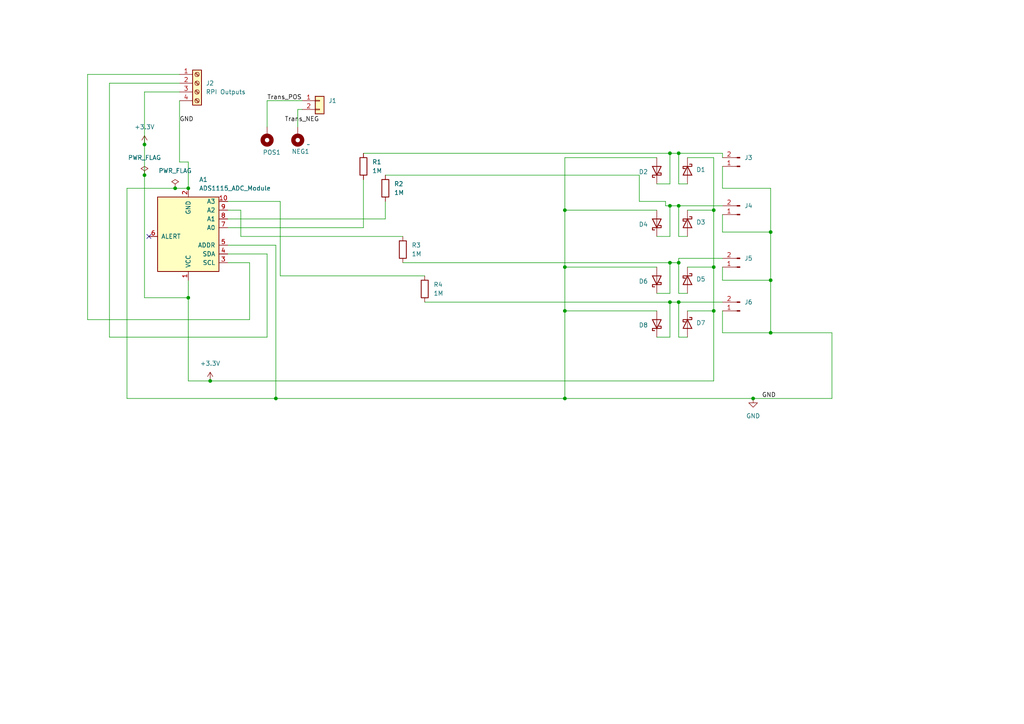
<source format=kicad_sch>
(kicad_sch
	(version 20250114)
	(generator "eeschema")
	(generator_version "9.0")
	(uuid "f31dddb8-7d46-45ba-8752-a02ebdb7aad5")
	(paper "A4")
	(lib_symbols
		(symbol "CharlesLabs:ADS1115_ADC_Module"
			(pin_names
				(offset 1.016)
			)
			(exclude_from_sim no)
			(in_bom yes)
			(on_board yes)
			(property "Reference" "A"
				(at -8.89 11.43 0)
				(effects
					(font
						(size 1.27 1.27)
					)
				)
			)
			(property "Value" "ADS1115_ADC_Module"
				(at 12.7 11.43 0)
				(effects
					(font
						(size 1.27 1.27)
					)
				)
			)
			(property "Footprint" "Charleslabs_Parts:ADC1115_ADC_Module"
				(at -8.89 10.16 0)
				(effects
					(font
						(size 1.27 1.27)
					)
					(hide yes)
				)
			)
			(property "Datasheet" ""
				(at -8.89 10.16 0)
				(effects
					(font
						(size 1.27 1.27)
					)
					(hide yes)
				)
			)
			(property "Description" ""
				(at 0 0 0)
				(effects
					(font
						(size 1.27 1.27)
					)
					(hide yes)
				)
			)
			(symbol "ADS1115_ADC_Module_0_1"
				(rectangle
					(start -8.89 10.16)
					(end 8.89 -11.43)
					(stroke
						(width 0.254)
						(type solid)
					)
					(fill
						(type background)
					)
				)
			)
			(symbol "ADS1115_ADC_Module_1_1"
				(pin input line
					(at -11.43 7.62 0)
					(length 2.54)
					(name "SCL"
						(effects
							(font
								(size 1.27 1.27)
							)
						)
					)
					(number "3"
						(effects
							(font
								(size 1.27 1.27)
							)
						)
					)
				)
				(pin bidirectional line
					(at -11.43 5.08 0)
					(length 2.54)
					(name "SDA"
						(effects
							(font
								(size 1.27 1.27)
							)
						)
					)
					(number "4"
						(effects
							(font
								(size 1.27 1.27)
							)
						)
					)
				)
				(pin input line
					(at -11.43 2.54 0)
					(length 2.54)
					(name "ADDR"
						(effects
							(font
								(size 1.27 1.27)
							)
						)
					)
					(number "5"
						(effects
							(font
								(size 1.27 1.27)
							)
						)
					)
				)
				(pin input line
					(at -11.43 -2.54 0)
					(length 2.54)
					(name "A0"
						(effects
							(font
								(size 1.27 1.27)
							)
						)
					)
					(number "7"
						(effects
							(font
								(size 1.27 1.27)
							)
						)
					)
				)
				(pin input line
					(at -11.43 -5.08 0)
					(length 2.54)
					(name "A1"
						(effects
							(font
								(size 1.27 1.27)
							)
						)
					)
					(number "8"
						(effects
							(font
								(size 1.27 1.27)
							)
						)
					)
				)
				(pin input line
					(at -11.43 -7.62 0)
					(length 2.54)
					(name "A2"
						(effects
							(font
								(size 1.27 1.27)
							)
						)
					)
					(number "9"
						(effects
							(font
								(size 1.27 1.27)
							)
						)
					)
				)
				(pin input line
					(at -11.43 -10.16 0)
					(length 2.54)
					(name "A3"
						(effects
							(font
								(size 1.27 1.27)
							)
						)
					)
					(number "10"
						(effects
							(font
								(size 1.27 1.27)
							)
						)
					)
				)
				(pin power_in line
					(at 0 12.7 270)
					(length 2.54)
					(name "VCC"
						(effects
							(font
								(size 1.27 1.27)
							)
						)
					)
					(number "1"
						(effects
							(font
								(size 1.27 1.27)
							)
						)
					)
				)
				(pin power_in line
					(at 0 -13.97 90)
					(length 2.54)
					(name "GND"
						(effects
							(font
								(size 1.27 1.27)
							)
						)
					)
					(number "2"
						(effects
							(font
								(size 1.27 1.27)
							)
						)
					)
				)
				(pin output line
					(at 11.43 0 180)
					(length 2.54)
					(name "ALERT"
						(effects
							(font
								(size 1.27 1.27)
							)
						)
					)
					(number "6"
						(effects
							(font
								(size 1.27 1.27)
							)
						)
					)
				)
			)
			(embedded_fonts no)
		)
		(symbol "Connector:Conn_01x02_Pin"
			(pin_names
				(offset 1.016)
				(hide yes)
			)
			(exclude_from_sim no)
			(in_bom yes)
			(on_board yes)
			(property "Reference" "J"
				(at 0 2.54 0)
				(effects
					(font
						(size 1.27 1.27)
					)
				)
			)
			(property "Value" "Conn_01x02_Pin"
				(at 0 -5.08 0)
				(effects
					(font
						(size 1.27 1.27)
					)
				)
			)
			(property "Footprint" ""
				(at 0 0 0)
				(effects
					(font
						(size 1.27 1.27)
					)
					(hide yes)
				)
			)
			(property "Datasheet" "~"
				(at 0 0 0)
				(effects
					(font
						(size 1.27 1.27)
					)
					(hide yes)
				)
			)
			(property "Description" "Generic connector, single row, 01x02, script generated"
				(at 0 0 0)
				(effects
					(font
						(size 1.27 1.27)
					)
					(hide yes)
				)
			)
			(property "ki_locked" ""
				(at 0 0 0)
				(effects
					(font
						(size 1.27 1.27)
					)
				)
			)
			(property "ki_keywords" "connector"
				(at 0 0 0)
				(effects
					(font
						(size 1.27 1.27)
					)
					(hide yes)
				)
			)
			(property "ki_fp_filters" "Connector*:*_1x??_*"
				(at 0 0 0)
				(effects
					(font
						(size 1.27 1.27)
					)
					(hide yes)
				)
			)
			(symbol "Conn_01x02_Pin_1_1"
				(rectangle
					(start 0.8636 0.127)
					(end 0 -0.127)
					(stroke
						(width 0.1524)
						(type default)
					)
					(fill
						(type outline)
					)
				)
				(rectangle
					(start 0.8636 -2.413)
					(end 0 -2.667)
					(stroke
						(width 0.1524)
						(type default)
					)
					(fill
						(type outline)
					)
				)
				(polyline
					(pts
						(xy 1.27 0) (xy 0.8636 0)
					)
					(stroke
						(width 0.1524)
						(type default)
					)
					(fill
						(type none)
					)
				)
				(polyline
					(pts
						(xy 1.27 -2.54) (xy 0.8636 -2.54)
					)
					(stroke
						(width 0.1524)
						(type default)
					)
					(fill
						(type none)
					)
				)
				(pin passive line
					(at 5.08 0 180)
					(length 3.81)
					(name "Pin_1"
						(effects
							(font
								(size 1.27 1.27)
							)
						)
					)
					(number "1"
						(effects
							(font
								(size 1.27 1.27)
							)
						)
					)
				)
				(pin passive line
					(at 5.08 -2.54 180)
					(length 3.81)
					(name "Pin_2"
						(effects
							(font
								(size 1.27 1.27)
							)
						)
					)
					(number "2"
						(effects
							(font
								(size 1.27 1.27)
							)
						)
					)
				)
			)
			(embedded_fonts no)
		)
		(symbol "Connector:Screw_Terminal_01x04"
			(pin_names
				(offset 1.016)
				(hide yes)
			)
			(exclude_from_sim no)
			(in_bom yes)
			(on_board yes)
			(property "Reference" "J"
				(at 0 5.08 0)
				(effects
					(font
						(size 1.27 1.27)
					)
				)
			)
			(property "Value" "Screw_Terminal_01x04"
				(at 0 -7.62 0)
				(effects
					(font
						(size 1.27 1.27)
					)
				)
			)
			(property "Footprint" ""
				(at 0 0 0)
				(effects
					(font
						(size 1.27 1.27)
					)
					(hide yes)
				)
			)
			(property "Datasheet" "~"
				(at 0 0 0)
				(effects
					(font
						(size 1.27 1.27)
					)
					(hide yes)
				)
			)
			(property "Description" "Generic screw terminal, single row, 01x04, script generated (kicad-library-utils/schlib/autogen/connector/)"
				(at 0 0 0)
				(effects
					(font
						(size 1.27 1.27)
					)
					(hide yes)
				)
			)
			(property "ki_keywords" "screw terminal"
				(at 0 0 0)
				(effects
					(font
						(size 1.27 1.27)
					)
					(hide yes)
				)
			)
			(property "ki_fp_filters" "TerminalBlock*:*"
				(at 0 0 0)
				(effects
					(font
						(size 1.27 1.27)
					)
					(hide yes)
				)
			)
			(symbol "Screw_Terminal_01x04_1_1"
				(rectangle
					(start -1.27 3.81)
					(end 1.27 -6.35)
					(stroke
						(width 0.254)
						(type default)
					)
					(fill
						(type background)
					)
				)
				(polyline
					(pts
						(xy -0.5334 2.8702) (xy 0.3302 2.032)
					)
					(stroke
						(width 0.1524)
						(type default)
					)
					(fill
						(type none)
					)
				)
				(polyline
					(pts
						(xy -0.5334 0.3302) (xy 0.3302 -0.508)
					)
					(stroke
						(width 0.1524)
						(type default)
					)
					(fill
						(type none)
					)
				)
				(polyline
					(pts
						(xy -0.5334 -2.2098) (xy 0.3302 -3.048)
					)
					(stroke
						(width 0.1524)
						(type default)
					)
					(fill
						(type none)
					)
				)
				(polyline
					(pts
						(xy -0.5334 -4.7498) (xy 0.3302 -5.588)
					)
					(stroke
						(width 0.1524)
						(type default)
					)
					(fill
						(type none)
					)
				)
				(polyline
					(pts
						(xy -0.3556 3.048) (xy 0.508 2.2098)
					)
					(stroke
						(width 0.1524)
						(type default)
					)
					(fill
						(type none)
					)
				)
				(polyline
					(pts
						(xy -0.3556 0.508) (xy 0.508 -0.3302)
					)
					(stroke
						(width 0.1524)
						(type default)
					)
					(fill
						(type none)
					)
				)
				(polyline
					(pts
						(xy -0.3556 -2.032) (xy 0.508 -2.8702)
					)
					(stroke
						(width 0.1524)
						(type default)
					)
					(fill
						(type none)
					)
				)
				(polyline
					(pts
						(xy -0.3556 -4.572) (xy 0.508 -5.4102)
					)
					(stroke
						(width 0.1524)
						(type default)
					)
					(fill
						(type none)
					)
				)
				(circle
					(center 0 2.54)
					(radius 0.635)
					(stroke
						(width 0.1524)
						(type default)
					)
					(fill
						(type none)
					)
				)
				(circle
					(center 0 0)
					(radius 0.635)
					(stroke
						(width 0.1524)
						(type default)
					)
					(fill
						(type none)
					)
				)
				(circle
					(center 0 -2.54)
					(radius 0.635)
					(stroke
						(width 0.1524)
						(type default)
					)
					(fill
						(type none)
					)
				)
				(circle
					(center 0 -5.08)
					(radius 0.635)
					(stroke
						(width 0.1524)
						(type default)
					)
					(fill
						(type none)
					)
				)
				(pin passive line
					(at -5.08 2.54 0)
					(length 3.81)
					(name "Pin_1"
						(effects
							(font
								(size 1.27 1.27)
							)
						)
					)
					(number "1"
						(effects
							(font
								(size 1.27 1.27)
							)
						)
					)
				)
				(pin passive line
					(at -5.08 0 0)
					(length 3.81)
					(name "Pin_2"
						(effects
							(font
								(size 1.27 1.27)
							)
						)
					)
					(number "2"
						(effects
							(font
								(size 1.27 1.27)
							)
						)
					)
				)
				(pin passive line
					(at -5.08 -2.54 0)
					(length 3.81)
					(name "Pin_3"
						(effects
							(font
								(size 1.27 1.27)
							)
						)
					)
					(number "3"
						(effects
							(font
								(size 1.27 1.27)
							)
						)
					)
				)
				(pin passive line
					(at -5.08 -5.08 0)
					(length 3.81)
					(name "Pin_4"
						(effects
							(font
								(size 1.27 1.27)
							)
						)
					)
					(number "4"
						(effects
							(font
								(size 1.27 1.27)
							)
						)
					)
				)
			)
			(embedded_fonts no)
		)
		(symbol "Connector_Generic:Conn_01x02"
			(pin_names
				(offset 1.016)
				(hide yes)
			)
			(exclude_from_sim no)
			(in_bom yes)
			(on_board yes)
			(property "Reference" "J"
				(at 0 2.54 0)
				(effects
					(font
						(size 1.27 1.27)
					)
				)
			)
			(property "Value" "Conn_01x02"
				(at 0 -5.08 0)
				(effects
					(font
						(size 1.27 1.27)
					)
				)
			)
			(property "Footprint" ""
				(at 0 0 0)
				(effects
					(font
						(size 1.27 1.27)
					)
					(hide yes)
				)
			)
			(property "Datasheet" "~"
				(at 0 0 0)
				(effects
					(font
						(size 1.27 1.27)
					)
					(hide yes)
				)
			)
			(property "Description" "Generic connector, single row, 01x02, script generated (kicad-library-utils/schlib/autogen/connector/)"
				(at 0 0 0)
				(effects
					(font
						(size 1.27 1.27)
					)
					(hide yes)
				)
			)
			(property "ki_keywords" "connector"
				(at 0 0 0)
				(effects
					(font
						(size 1.27 1.27)
					)
					(hide yes)
				)
			)
			(property "ki_fp_filters" "Connector*:*_1x??_*"
				(at 0 0 0)
				(effects
					(font
						(size 1.27 1.27)
					)
					(hide yes)
				)
			)
			(symbol "Conn_01x02_1_1"
				(rectangle
					(start -1.27 1.27)
					(end 1.27 -3.81)
					(stroke
						(width 0.254)
						(type default)
					)
					(fill
						(type background)
					)
				)
				(rectangle
					(start -1.27 0.127)
					(end 0 -0.127)
					(stroke
						(width 0.1524)
						(type default)
					)
					(fill
						(type none)
					)
				)
				(rectangle
					(start -1.27 -2.413)
					(end 0 -2.667)
					(stroke
						(width 0.1524)
						(type default)
					)
					(fill
						(type none)
					)
				)
				(pin passive line
					(at -5.08 0 0)
					(length 3.81)
					(name "Pin_1"
						(effects
							(font
								(size 1.27 1.27)
							)
						)
					)
					(number "1"
						(effects
							(font
								(size 1.27 1.27)
							)
						)
					)
				)
				(pin passive line
					(at -5.08 -2.54 0)
					(length 3.81)
					(name "Pin_2"
						(effects
							(font
								(size 1.27 1.27)
							)
						)
					)
					(number "2"
						(effects
							(font
								(size 1.27 1.27)
							)
						)
					)
				)
			)
			(embedded_fonts no)
		)
		(symbol "Device:R"
			(pin_numbers
				(hide yes)
			)
			(pin_names
				(offset 0)
			)
			(exclude_from_sim no)
			(in_bom yes)
			(on_board yes)
			(property "Reference" "R"
				(at 2.032 0 90)
				(effects
					(font
						(size 1.27 1.27)
					)
				)
			)
			(property "Value" "R"
				(at 0 0 90)
				(effects
					(font
						(size 1.27 1.27)
					)
				)
			)
			(property "Footprint" ""
				(at -1.778 0 90)
				(effects
					(font
						(size 1.27 1.27)
					)
					(hide yes)
				)
			)
			(property "Datasheet" "~"
				(at 0 0 0)
				(effects
					(font
						(size 1.27 1.27)
					)
					(hide yes)
				)
			)
			(property "Description" "Resistor"
				(at 0 0 0)
				(effects
					(font
						(size 1.27 1.27)
					)
					(hide yes)
				)
			)
			(property "ki_keywords" "R res resistor"
				(at 0 0 0)
				(effects
					(font
						(size 1.27 1.27)
					)
					(hide yes)
				)
			)
			(property "ki_fp_filters" "R_*"
				(at 0 0 0)
				(effects
					(font
						(size 1.27 1.27)
					)
					(hide yes)
				)
			)
			(symbol "R_0_1"
				(rectangle
					(start -1.016 -2.54)
					(end 1.016 2.54)
					(stroke
						(width 0.254)
						(type default)
					)
					(fill
						(type none)
					)
				)
			)
			(symbol "R_1_1"
				(pin passive line
					(at 0 3.81 270)
					(length 1.27)
					(name "~"
						(effects
							(font
								(size 1.27 1.27)
							)
						)
					)
					(number "1"
						(effects
							(font
								(size 1.27 1.27)
							)
						)
					)
				)
				(pin passive line
					(at 0 -3.81 90)
					(length 1.27)
					(name "~"
						(effects
							(font
								(size 1.27 1.27)
							)
						)
					)
					(number "2"
						(effects
							(font
								(size 1.27 1.27)
							)
						)
					)
				)
			)
			(embedded_fonts no)
		)
		(symbol "Diode:SB120"
			(pin_numbers
				(hide yes)
			)
			(pin_names
				(offset 1.016)
				(hide yes)
			)
			(exclude_from_sim no)
			(in_bom yes)
			(on_board yes)
			(property "Reference" "D"
				(at 0 2.54 0)
				(effects
					(font
						(size 1.27 1.27)
					)
				)
			)
			(property "Value" "SB120"
				(at 0 -2.54 0)
				(effects
					(font
						(size 1.27 1.27)
					)
				)
			)
			(property "Footprint" "Diode_THT:D_DO-41_SOD81_P10.16mm_Horizontal"
				(at 0 -4.445 0)
				(effects
					(font
						(size 1.27 1.27)
					)
					(hide yes)
				)
			)
			(property "Datasheet" "http://www.diodes.com/_files/datasheets/ds23022.pdf"
				(at 0 0 0)
				(effects
					(font
						(size 1.27 1.27)
					)
					(hide yes)
				)
			)
			(property "Description" "20V 1A Schottky Barrier Rectifier Diode, DO-41"
				(at 0 0 0)
				(effects
					(font
						(size 1.27 1.27)
					)
					(hide yes)
				)
			)
			(property "ki_keywords" "diode Schottky"
				(at 0 0 0)
				(effects
					(font
						(size 1.27 1.27)
					)
					(hide yes)
				)
			)
			(property "ki_fp_filters" "D*DO?41*"
				(at 0 0 0)
				(effects
					(font
						(size 1.27 1.27)
					)
					(hide yes)
				)
			)
			(symbol "SB120_0_1"
				(polyline
					(pts
						(xy -1.905 0.635) (xy -1.905 1.27) (xy -1.27 1.27) (xy -1.27 -1.27) (xy -0.635 -1.27) (xy -0.635 -0.635)
					)
					(stroke
						(width 0.254)
						(type default)
					)
					(fill
						(type none)
					)
				)
				(polyline
					(pts
						(xy 1.27 1.27) (xy 1.27 -1.27) (xy -1.27 0) (xy 1.27 1.27)
					)
					(stroke
						(width 0.254)
						(type default)
					)
					(fill
						(type none)
					)
				)
				(polyline
					(pts
						(xy 1.27 0) (xy -1.27 0)
					)
					(stroke
						(width 0)
						(type default)
					)
					(fill
						(type none)
					)
				)
			)
			(symbol "SB120_1_1"
				(pin passive line
					(at -3.81 0 0)
					(length 2.54)
					(name "K"
						(effects
							(font
								(size 1.27 1.27)
							)
						)
					)
					(number "1"
						(effects
							(font
								(size 1.27 1.27)
							)
						)
					)
				)
				(pin passive line
					(at 3.81 0 180)
					(length 2.54)
					(name "A"
						(effects
							(font
								(size 1.27 1.27)
							)
						)
					)
					(number "2"
						(effects
							(font
								(size 1.27 1.27)
							)
						)
					)
				)
			)
			(embedded_fonts no)
		)
		(symbol "Mechanical:MountingHole_Pad"
			(pin_numbers
				(hide yes)
			)
			(pin_names
				(offset 1.016)
				(hide yes)
			)
			(exclude_from_sim no)
			(in_bom no)
			(on_board yes)
			(property "Reference" "H"
				(at 0 6.35 0)
				(effects
					(font
						(size 1.27 1.27)
					)
				)
			)
			(property "Value" "MountingHole_Pad"
				(at 0 4.445 0)
				(effects
					(font
						(size 1.27 1.27)
					)
				)
			)
			(property "Footprint" ""
				(at 0 0 0)
				(effects
					(font
						(size 1.27 1.27)
					)
					(hide yes)
				)
			)
			(property "Datasheet" "~"
				(at 0 0 0)
				(effects
					(font
						(size 1.27 1.27)
					)
					(hide yes)
				)
			)
			(property "Description" "Mounting Hole with connection"
				(at 0 0 0)
				(effects
					(font
						(size 1.27 1.27)
					)
					(hide yes)
				)
			)
			(property "ki_keywords" "mounting hole"
				(at 0 0 0)
				(effects
					(font
						(size 1.27 1.27)
					)
					(hide yes)
				)
			)
			(property "ki_fp_filters" "MountingHole*Pad*"
				(at 0 0 0)
				(effects
					(font
						(size 1.27 1.27)
					)
					(hide yes)
				)
			)
			(symbol "MountingHole_Pad_0_1"
				(circle
					(center 0 1.27)
					(radius 1.27)
					(stroke
						(width 1.27)
						(type default)
					)
					(fill
						(type none)
					)
				)
			)
			(symbol "MountingHole_Pad_1_1"
				(pin input line
					(at 0 -2.54 90)
					(length 2.54)
					(name "1"
						(effects
							(font
								(size 1.27 1.27)
							)
						)
					)
					(number "1"
						(effects
							(font
								(size 1.27 1.27)
							)
						)
					)
				)
			)
			(embedded_fonts no)
		)
		(symbol "power:+3.3V"
			(power)
			(pin_numbers
				(hide yes)
			)
			(pin_names
				(offset 0)
				(hide yes)
			)
			(exclude_from_sim no)
			(in_bom yes)
			(on_board yes)
			(property "Reference" "#PWR"
				(at 0 -3.81 0)
				(effects
					(font
						(size 1.27 1.27)
					)
					(hide yes)
				)
			)
			(property "Value" "+3.3V"
				(at 0 3.556 0)
				(effects
					(font
						(size 1.27 1.27)
					)
				)
			)
			(property "Footprint" ""
				(at 0 0 0)
				(effects
					(font
						(size 1.27 1.27)
					)
					(hide yes)
				)
			)
			(property "Datasheet" ""
				(at 0 0 0)
				(effects
					(font
						(size 1.27 1.27)
					)
					(hide yes)
				)
			)
			(property "Description" "Power symbol creates a global label with name \"+3.3V\""
				(at 0 0 0)
				(effects
					(font
						(size 1.27 1.27)
					)
					(hide yes)
				)
			)
			(property "ki_keywords" "global power"
				(at 0 0 0)
				(effects
					(font
						(size 1.27 1.27)
					)
					(hide yes)
				)
			)
			(symbol "+3.3V_0_1"
				(polyline
					(pts
						(xy -0.762 1.27) (xy 0 2.54)
					)
					(stroke
						(width 0)
						(type default)
					)
					(fill
						(type none)
					)
				)
				(polyline
					(pts
						(xy 0 2.54) (xy 0.762 1.27)
					)
					(stroke
						(width 0)
						(type default)
					)
					(fill
						(type none)
					)
				)
				(polyline
					(pts
						(xy 0 0) (xy 0 2.54)
					)
					(stroke
						(width 0)
						(type default)
					)
					(fill
						(type none)
					)
				)
			)
			(symbol "+3.3V_1_1"
				(pin power_in line
					(at 0 0 90)
					(length 0)
					(name "~"
						(effects
							(font
								(size 1.27 1.27)
							)
						)
					)
					(number "1"
						(effects
							(font
								(size 1.27 1.27)
							)
						)
					)
				)
			)
			(embedded_fonts no)
		)
		(symbol "power:GND"
			(power)
			(pin_numbers
				(hide yes)
			)
			(pin_names
				(offset 0)
				(hide yes)
			)
			(exclude_from_sim no)
			(in_bom yes)
			(on_board yes)
			(property "Reference" "#PWR"
				(at 0 -6.35 0)
				(effects
					(font
						(size 1.27 1.27)
					)
					(hide yes)
				)
			)
			(property "Value" "GND"
				(at 0 -3.81 0)
				(effects
					(font
						(size 1.27 1.27)
					)
				)
			)
			(property "Footprint" ""
				(at 0 0 0)
				(effects
					(font
						(size 1.27 1.27)
					)
					(hide yes)
				)
			)
			(property "Datasheet" ""
				(at 0 0 0)
				(effects
					(font
						(size 1.27 1.27)
					)
					(hide yes)
				)
			)
			(property "Description" "Power symbol creates a global label with name \"GND\" , ground"
				(at 0 0 0)
				(effects
					(font
						(size 1.27 1.27)
					)
					(hide yes)
				)
			)
			(property "ki_keywords" "global power"
				(at 0 0 0)
				(effects
					(font
						(size 1.27 1.27)
					)
					(hide yes)
				)
			)
			(symbol "GND_0_1"
				(polyline
					(pts
						(xy 0 0) (xy 0 -1.27) (xy 1.27 -1.27) (xy 0 -2.54) (xy -1.27 -1.27) (xy 0 -1.27)
					)
					(stroke
						(width 0)
						(type default)
					)
					(fill
						(type none)
					)
				)
			)
			(symbol "GND_1_1"
				(pin power_in line
					(at 0 0 270)
					(length 0)
					(name "~"
						(effects
							(font
								(size 1.27 1.27)
							)
						)
					)
					(number "1"
						(effects
							(font
								(size 1.27 1.27)
							)
						)
					)
				)
			)
			(embedded_fonts no)
		)
		(symbol "power:PWR_FLAG"
			(power)
			(pin_numbers
				(hide yes)
			)
			(pin_names
				(offset 0)
				(hide yes)
			)
			(exclude_from_sim no)
			(in_bom yes)
			(on_board yes)
			(property "Reference" "#FLG"
				(at 0 1.905 0)
				(effects
					(font
						(size 1.27 1.27)
					)
					(hide yes)
				)
			)
			(property "Value" "PWR_FLAG"
				(at 0 3.81 0)
				(effects
					(font
						(size 1.27 1.27)
					)
				)
			)
			(property "Footprint" ""
				(at 0 0 0)
				(effects
					(font
						(size 1.27 1.27)
					)
					(hide yes)
				)
			)
			(property "Datasheet" "~"
				(at 0 0 0)
				(effects
					(font
						(size 1.27 1.27)
					)
					(hide yes)
				)
			)
			(property "Description" "Special symbol for telling ERC where power comes from"
				(at 0 0 0)
				(effects
					(font
						(size 1.27 1.27)
					)
					(hide yes)
				)
			)
			(property "ki_keywords" "flag power"
				(at 0 0 0)
				(effects
					(font
						(size 1.27 1.27)
					)
					(hide yes)
				)
			)
			(symbol "PWR_FLAG_0_0"
				(pin power_out line
					(at 0 0 90)
					(length 0)
					(name "~"
						(effects
							(font
								(size 1.27 1.27)
							)
						)
					)
					(number "1"
						(effects
							(font
								(size 1.27 1.27)
							)
						)
					)
				)
			)
			(symbol "PWR_FLAG_0_1"
				(polyline
					(pts
						(xy 0 0) (xy 0 1.27) (xy -1.016 1.905) (xy 0 2.54) (xy 1.016 1.905) (xy 0 1.27)
					)
					(stroke
						(width 0)
						(type default)
					)
					(fill
						(type none)
					)
				)
			)
			(embedded_fonts no)
		)
	)
	(junction
		(at 196.85 87.63)
		(diameter 0)
		(color 0 0 0 0)
		(uuid "079e5b59-01a3-4d9a-b8d0-0a8ca4bd2d2f")
	)
	(junction
		(at 54.61 86.36)
		(diameter 0)
		(color 0 0 0 0)
		(uuid "083729c6-d8e3-43de-8ae5-6d0740a1e360")
	)
	(junction
		(at 80.01 115.57)
		(diameter 0)
		(color 0 0 0 0)
		(uuid "22700684-77af-47e5-85fd-bb6d1d15ec8e")
	)
	(junction
		(at 196.85 76.2)
		(diameter 0)
		(color 0 0 0 0)
		(uuid "275570ff-941e-49da-ad57-5c91c3ecf347")
	)
	(junction
		(at 50.8 54.61)
		(diameter 0)
		(color 0 0 0 0)
		(uuid "288370cc-d745-47e9-9f53-4ccd66397bfd")
	)
	(junction
		(at 207.01 77.47)
		(diameter 0)
		(color 0 0 0 0)
		(uuid "2c44eb1d-93c1-4d44-adce-57687ff6baaf")
	)
	(junction
		(at 54.61 54.61)
		(diameter 0)
		(color 0 0 0 0)
		(uuid "2e85af22-a865-43f4-a485-18b56a48d439")
	)
	(junction
		(at 194.31 76.2)
		(diameter 0)
		(color 0 0 0 0)
		(uuid "37b1e448-0231-4972-a59c-056702412e82")
	)
	(junction
		(at 163.83 115.57)
		(diameter 0)
		(color 0 0 0 0)
		(uuid "3e1af888-053f-41dc-8d11-bc62432fd5dd")
	)
	(junction
		(at 207.01 60.96)
		(diameter 0)
		(color 0 0 0 0)
		(uuid "4a957e81-d61b-4cf3-a6d8-b079151c21a7")
	)
	(junction
		(at 41.91 50.8)
		(diameter 0)
		(color 0 0 0 0)
		(uuid "5326cc31-eae2-41cc-bdc9-2678302a09ab")
	)
	(junction
		(at 196.85 44.45)
		(diameter 0)
		(color 0 0 0 0)
		(uuid "617d5a06-c3b2-4ce1-a35d-f76038ab0cce")
	)
	(junction
		(at 163.83 90.17)
		(diameter 0)
		(color 0 0 0 0)
		(uuid "70138b50-f540-4ee3-a4bc-b9022a5ffd00")
	)
	(junction
		(at 163.83 77.47)
		(diameter 0)
		(color 0 0 0 0)
		(uuid "7558526d-2ee0-45ce-8c79-640aa7dcd10a")
	)
	(junction
		(at 223.52 96.52)
		(diameter 0)
		(color 0 0 0 0)
		(uuid "758c7361-326d-4de2-ab1c-543636c04140")
	)
	(junction
		(at 207.01 90.17)
		(diameter 0)
		(color 0 0 0 0)
		(uuid "7f90f9ac-2770-45c9-a51e-9bf8708b48e0")
	)
	(junction
		(at 163.83 60.96)
		(diameter 0)
		(color 0 0 0 0)
		(uuid "94107ea6-c8c7-4bf1-a3d1-1b3a2bf7f548")
	)
	(junction
		(at 223.52 67.31)
		(diameter 0)
		(color 0 0 0 0)
		(uuid "95a114ad-366a-4de6-928f-71859e0ac6fd")
	)
	(junction
		(at 223.52 81.28)
		(diameter 0)
		(color 0 0 0 0)
		(uuid "9a3b47ba-7cfd-43b6-af23-7dce4ad72f48")
	)
	(junction
		(at 196.85 59.69)
		(diameter 0)
		(color 0 0 0 0)
		(uuid "9de0ffad-d98d-44ff-a497-98acaaaebf18")
	)
	(junction
		(at 60.96 110.49)
		(diameter 0)
		(color 0 0 0 0)
		(uuid "a1bfbf21-58ed-488e-9eb0-da3bffa1d219")
	)
	(junction
		(at 194.31 87.63)
		(diameter 0)
		(color 0 0 0 0)
		(uuid "d109dc13-8a8b-4ef2-b49c-134d06733d6a")
	)
	(junction
		(at 41.91 41.91)
		(diameter 0)
		(color 0 0 0 0)
		(uuid "e0f8016d-427b-449d-8022-9d5cc1d1e2a8")
	)
	(junction
		(at 194.31 59.69)
		(diameter 0)
		(color 0 0 0 0)
		(uuid "e1201fcb-7447-47d4-855a-38e62d579854")
	)
	(junction
		(at 218.44 115.57)
		(diameter 0)
		(color 0 0 0 0)
		(uuid "e94350b6-c2df-4827-a217-0b30bf2de4b4")
	)
	(junction
		(at 194.31 44.45)
		(diameter 0)
		(color 0 0 0 0)
		(uuid "f1daf109-8e14-4b60-b309-a6f5e18f6d9f")
	)
	(no_connect
		(at 43.18 68.58)
		(uuid "2a038857-6b75-4387-a967-3016bc7ce204")
	)
	(wire
		(pts
			(xy 54.61 110.49) (xy 60.96 110.49)
		)
		(stroke
			(width 0)
			(type default)
		)
		(uuid "005cc54a-3ab2-43a0-a872-fe4d48d87a18")
	)
	(wire
		(pts
			(xy 31.75 24.13) (xy 31.75 97.79)
		)
		(stroke
			(width 0)
			(type default)
		)
		(uuid "0247c959-ce77-4ebe-a406-3a947ac4339a")
	)
	(wire
		(pts
			(xy 54.61 86.36) (xy 54.61 110.49)
		)
		(stroke
			(width 0)
			(type default)
		)
		(uuid "0795b9df-7383-477b-925a-27b183b6d34d")
	)
	(wire
		(pts
			(xy 190.5 53.34) (xy 194.31 53.34)
		)
		(stroke
			(width 0)
			(type default)
		)
		(uuid "0dbb57fe-811d-44f4-bc73-5921c5fd1259")
	)
	(wire
		(pts
			(xy 223.52 96.52) (xy 209.55 96.52)
		)
		(stroke
			(width 0)
			(type default)
		)
		(uuid "106b33ac-2b72-491d-8f5d-f6344f8ed42b")
	)
	(wire
		(pts
			(xy 163.83 60.96) (xy 190.5 60.96)
		)
		(stroke
			(width 0)
			(type default)
		)
		(uuid "110043ff-882d-4772-ac5a-729780b12cb0")
	)
	(wire
		(pts
			(xy 111.76 58.42) (xy 111.76 63.5)
		)
		(stroke
			(width 0)
			(type default)
		)
		(uuid "1201dd4b-275f-4c23-b60c-7bea4174b8b2")
	)
	(wire
		(pts
			(xy 163.83 45.72) (xy 163.83 60.96)
		)
		(stroke
			(width 0)
			(type default)
		)
		(uuid "169a726a-f6ca-4bcd-a658-62fd40333325")
	)
	(wire
		(pts
			(xy 81.28 80.01) (xy 81.28 58.42)
		)
		(stroke
			(width 0)
			(type default)
		)
		(uuid "17779471-d4c5-48cb-8b34-9cb5658fa2d7")
	)
	(wire
		(pts
			(xy 194.31 87.63) (xy 194.31 97.79)
		)
		(stroke
			(width 0)
			(type default)
		)
		(uuid "190f4499-6f0b-4c96-af03-77907e02276d")
	)
	(wire
		(pts
			(xy 209.55 62.23) (xy 209.55 67.31)
		)
		(stroke
			(width 0)
			(type default)
		)
		(uuid "197982fb-9eef-4a88-bec0-1f2648f44f3b")
	)
	(wire
		(pts
			(xy 52.07 29.21) (xy 52.07 46.99)
		)
		(stroke
			(width 0)
			(type default)
		)
		(uuid "1a5816a5-e429-4aef-ab25-a4e2b0ce3c4b")
	)
	(wire
		(pts
			(xy 199.39 97.79) (xy 196.85 97.79)
		)
		(stroke
			(width 0)
			(type default)
		)
		(uuid "1d66a977-7d8b-4986-af71-89aad38d8f46")
	)
	(wire
		(pts
			(xy 209.55 45.72) (xy 209.55 44.45)
		)
		(stroke
			(width 0)
			(type default)
		)
		(uuid "1f64be39-6be1-4a11-a24f-788b665bf719")
	)
	(wire
		(pts
			(xy 196.85 59.69) (xy 196.85 68.58)
		)
		(stroke
			(width 0)
			(type default)
		)
		(uuid "2193927b-193f-423f-af75-4203d59b9611")
	)
	(wire
		(pts
			(xy 199.39 90.17) (xy 207.01 90.17)
		)
		(stroke
			(width 0)
			(type default)
		)
		(uuid "2424fabf-6f56-4a60-b9df-65b11f66c408")
	)
	(wire
		(pts
			(xy 41.91 26.67) (xy 41.91 41.91)
		)
		(stroke
			(width 0)
			(type default)
		)
		(uuid "26ec6236-37e8-4ff7-92a0-2413723a796c")
	)
	(wire
		(pts
			(xy 207.01 60.96) (xy 207.01 77.47)
		)
		(stroke
			(width 0)
			(type default)
		)
		(uuid "2926d216-267e-4f63-9001-af38f3a45aa2")
	)
	(wire
		(pts
			(xy 218.44 115.57) (xy 241.3 115.57)
		)
		(stroke
			(width 0)
			(type default)
		)
		(uuid "2d31c043-4de7-412d-bebb-b6f59502042d")
	)
	(wire
		(pts
			(xy 190.5 68.58) (xy 194.31 68.58)
		)
		(stroke
			(width 0)
			(type default)
		)
		(uuid "2db4828e-f3fd-4bc5-be7b-020ba5f4eeed")
	)
	(wire
		(pts
			(xy 87.63 31.75) (xy 86.36 31.75)
		)
		(stroke
			(width 0)
			(type default)
		)
		(uuid "2e5f43fd-6657-42d1-bd9f-964988e396a9")
	)
	(wire
		(pts
			(xy 194.31 44.45) (xy 194.31 53.34)
		)
		(stroke
			(width 0)
			(type default)
		)
		(uuid "2ed2daa5-351c-415f-940c-b23cc2796ded")
	)
	(wire
		(pts
			(xy 36.83 54.61) (xy 36.83 115.57)
		)
		(stroke
			(width 0)
			(type default)
		)
		(uuid "2f11a17f-adbc-4855-b7c2-6877172f3e66")
	)
	(wire
		(pts
			(xy 194.31 76.2) (xy 196.85 76.2)
		)
		(stroke
			(width 0)
			(type default)
		)
		(uuid "2fd7deca-98b3-42bc-a980-6de9b91bf570")
	)
	(wire
		(pts
			(xy 69.85 68.58) (xy 116.84 68.58)
		)
		(stroke
			(width 0)
			(type default)
		)
		(uuid "30f829b0-a81e-44f3-b98e-764ad838900b")
	)
	(wire
		(pts
			(xy 207.01 77.47) (xy 207.01 90.17)
		)
		(stroke
			(width 0)
			(type default)
		)
		(uuid "3258efea-b547-4c11-9a97-fe46ab52326d")
	)
	(wire
		(pts
			(xy 66.04 73.66) (xy 77.47 73.66)
		)
		(stroke
			(width 0)
			(type default)
		)
		(uuid "341d8b51-0ce4-46f5-b2cc-1c1d857a1e8f")
	)
	(wire
		(pts
			(xy 50.8 54.61) (xy 36.83 54.61)
		)
		(stroke
			(width 0)
			(type default)
		)
		(uuid "36f76112-62dd-460b-bbb4-6ff6b38ccc39")
	)
	(wire
		(pts
			(xy 66.04 71.12) (xy 80.01 71.12)
		)
		(stroke
			(width 0)
			(type default)
		)
		(uuid "39747dcd-8101-4b26-9eb5-f290fab894a7")
	)
	(wire
		(pts
			(xy 223.52 67.31) (xy 223.52 81.28)
		)
		(stroke
			(width 0)
			(type default)
		)
		(uuid "3d78b802-6feb-45b4-80fb-c01d2fbf0520")
	)
	(wire
		(pts
			(xy 116.84 76.2) (xy 194.31 76.2)
		)
		(stroke
			(width 0)
			(type default)
		)
		(uuid "3e1b0ed8-5d77-46cf-a292-4e9aea098d4d")
	)
	(wire
		(pts
			(xy 196.85 74.93) (xy 209.55 74.93)
		)
		(stroke
			(width 0)
			(type default)
		)
		(uuid "3f039005-b1c4-4aa7-a77e-5112d14e04f8")
	)
	(wire
		(pts
			(xy 163.83 77.47) (xy 163.83 90.17)
		)
		(stroke
			(width 0)
			(type default)
		)
		(uuid "3fd98200-9ae9-444e-afe4-4c91e8d6491a")
	)
	(wire
		(pts
			(xy 209.55 67.31) (xy 223.52 67.31)
		)
		(stroke
			(width 0)
			(type default)
		)
		(uuid "4075c854-334d-476a-a0fe-c15a7ee076b9")
	)
	(wire
		(pts
			(xy 66.04 66.04) (xy 105.41 66.04)
		)
		(stroke
			(width 0)
			(type default)
		)
		(uuid "4aa006e5-c754-418c-85e9-1cd62f56d391")
	)
	(wire
		(pts
			(xy 196.85 53.34) (xy 199.39 53.34)
		)
		(stroke
			(width 0)
			(type default)
		)
		(uuid "4dec817b-4dab-420c-98c8-85883759d519")
	)
	(wire
		(pts
			(xy 54.61 81.28) (xy 54.61 86.36)
		)
		(stroke
			(width 0)
			(type default)
		)
		(uuid "4ee417e2-9d74-49b7-af91-2a5891c5fadf")
	)
	(wire
		(pts
			(xy 196.85 44.45) (xy 209.55 44.45)
		)
		(stroke
			(width 0)
			(type default)
		)
		(uuid "51d76f8b-49c6-4b32-a114-ba48194ab57f")
	)
	(wire
		(pts
			(xy 77.47 29.21) (xy 77.47 36.83)
		)
		(stroke
			(width 0)
			(type default)
		)
		(uuid "54051333-847b-4aab-acf5-bbe99fe335e1")
	)
	(wire
		(pts
			(xy 185.42 58.42) (xy 185.42 50.8)
		)
		(stroke
			(width 0)
			(type default)
		)
		(uuid "5a743dc2-f6c4-478a-91a2-8f25b00c6756")
	)
	(wire
		(pts
			(xy 199.39 45.72) (xy 207.01 45.72)
		)
		(stroke
			(width 0)
			(type default)
		)
		(uuid "5a8d7211-fa87-442b-82a4-46e86ec85d89")
	)
	(wire
		(pts
			(xy 196.85 87.63) (xy 196.85 97.79)
		)
		(stroke
			(width 0)
			(type default)
		)
		(uuid "5e30ccab-9aea-4e01-9504-67432def8a7c")
	)
	(wire
		(pts
			(xy 194.31 59.69) (xy 196.85 59.69)
		)
		(stroke
			(width 0)
			(type default)
		)
		(uuid "5f55ed6e-92f8-4cfb-87f9-d9893f86a702")
	)
	(wire
		(pts
			(xy 193.04 59.69) (xy 194.31 59.69)
		)
		(stroke
			(width 0)
			(type default)
		)
		(uuid "5f6f885f-42de-43d6-877b-9bc6500a5857")
	)
	(wire
		(pts
			(xy 41.91 41.91) (xy 41.91 50.8)
		)
		(stroke
			(width 0)
			(type default)
		)
		(uuid "603be72b-833a-4f1f-92d5-d270c20e678a")
	)
	(wire
		(pts
			(xy 190.5 97.79) (xy 194.31 97.79)
		)
		(stroke
			(width 0)
			(type default)
		)
		(uuid "62901dff-7a68-4d36-b0cc-159eff6b7503")
	)
	(wire
		(pts
			(xy 36.83 115.57) (xy 80.01 115.57)
		)
		(stroke
			(width 0)
			(type default)
		)
		(uuid "62cb5f0b-c6ce-44c6-9636-ba6690167292")
	)
	(wire
		(pts
			(xy 199.39 77.47) (xy 207.01 77.47)
		)
		(stroke
			(width 0)
			(type default)
		)
		(uuid "652d5bf1-0b20-421b-8fb2-7c0e4b6d848d")
	)
	(wire
		(pts
			(xy 72.39 92.71) (xy 25.4 92.71)
		)
		(stroke
			(width 0)
			(type default)
		)
		(uuid "67c7e81f-f051-4939-9465-e5b0cc610661")
	)
	(wire
		(pts
			(xy 163.83 115.57) (xy 218.44 115.57)
		)
		(stroke
			(width 0)
			(type default)
		)
		(uuid "696fed6e-bd16-4798-b30c-20acc406755b")
	)
	(wire
		(pts
			(xy 60.96 110.49) (xy 207.01 110.49)
		)
		(stroke
			(width 0)
			(type default)
		)
		(uuid "6b1e54b0-295c-48f6-a83f-019aafcdf4ef")
	)
	(wire
		(pts
			(xy 54.61 46.99) (xy 54.61 54.61)
		)
		(stroke
			(width 0)
			(type default)
		)
		(uuid "6bf273bd-7d52-40cc-a504-a1de4e4677a2")
	)
	(wire
		(pts
			(xy 31.75 24.13) (xy 52.07 24.13)
		)
		(stroke
			(width 0)
			(type default)
		)
		(uuid "6d0893f0-86ae-4beb-a5ac-b1b3b058ddec")
	)
	(wire
		(pts
			(xy 196.85 74.93) (xy 196.85 76.2)
		)
		(stroke
			(width 0)
			(type default)
		)
		(uuid "6e730ee2-c61a-4182-83d4-05684cc63133")
	)
	(wire
		(pts
			(xy 25.4 21.59) (xy 52.07 21.59)
		)
		(stroke
			(width 0)
			(type default)
		)
		(uuid "6f74db82-1766-40d9-b9e2-cab046a04843")
	)
	(wire
		(pts
			(xy 209.55 81.28) (xy 223.52 81.28)
		)
		(stroke
			(width 0)
			(type default)
		)
		(uuid "74d5a8ce-51e6-448f-9655-ccb41b23c3c2")
	)
	(wire
		(pts
			(xy 194.31 68.58) (xy 194.31 59.69)
		)
		(stroke
			(width 0)
			(type default)
		)
		(uuid "7640c353-882c-452c-bdcd-02db63ec306b")
	)
	(wire
		(pts
			(xy 80.01 71.12) (xy 80.01 115.57)
		)
		(stroke
			(width 0)
			(type default)
		)
		(uuid "785b640d-7e6d-43bd-be90-f5ea93e29e33")
	)
	(wire
		(pts
			(xy 163.83 77.47) (xy 190.5 77.47)
		)
		(stroke
			(width 0)
			(type default)
		)
		(uuid "820404e8-d5ac-4073-8251-adbfddb585c1")
	)
	(wire
		(pts
			(xy 209.55 87.63) (xy 196.85 87.63)
		)
		(stroke
			(width 0)
			(type default)
		)
		(uuid "837edaf5-a2dc-4d33-8be4-3207ea480410")
	)
	(wire
		(pts
			(xy 193.04 58.42) (xy 185.42 58.42)
		)
		(stroke
			(width 0)
			(type default)
		)
		(uuid "866a85d5-5557-403f-9abb-6bc8f4860766")
	)
	(wire
		(pts
			(xy 207.01 45.72) (xy 207.01 60.96)
		)
		(stroke
			(width 0)
			(type default)
		)
		(uuid "86e79f1c-b63e-4a3d-9335-c214b933b307")
	)
	(wire
		(pts
			(xy 193.04 59.69) (xy 193.04 58.42)
		)
		(stroke
			(width 0)
			(type default)
		)
		(uuid "899fb51f-c5bd-4d3f-8bc7-6c83b3494541")
	)
	(wire
		(pts
			(xy 105.41 44.45) (xy 194.31 44.45)
		)
		(stroke
			(width 0)
			(type default)
		)
		(uuid "8d10678a-5a29-4525-80e4-585b5cfb2df8")
	)
	(wire
		(pts
			(xy 209.55 77.47) (xy 209.55 81.28)
		)
		(stroke
			(width 0)
			(type default)
		)
		(uuid "8e5214f4-feb2-4afe-9c2c-35e3eba528b1")
	)
	(wire
		(pts
			(xy 163.83 60.96) (xy 163.83 77.47)
		)
		(stroke
			(width 0)
			(type default)
		)
		(uuid "8fc0d74b-e52c-42c8-a7d8-3d729ed31201")
	)
	(wire
		(pts
			(xy 41.91 50.8) (xy 41.91 86.36)
		)
		(stroke
			(width 0)
			(type default)
		)
		(uuid "907c18e9-a81b-44ce-86de-48a0dd2773ed")
	)
	(wire
		(pts
			(xy 25.4 92.71) (xy 25.4 21.59)
		)
		(stroke
			(width 0)
			(type default)
		)
		(uuid "92213242-e851-4d7f-8e00-f6d9ed26324d")
	)
	(wire
		(pts
			(xy 209.55 90.17) (xy 209.55 96.52)
		)
		(stroke
			(width 0)
			(type default)
		)
		(uuid "981afce8-fa81-423b-8685-7e589ad1149a")
	)
	(wire
		(pts
			(xy 207.01 90.17) (xy 207.01 110.49)
		)
		(stroke
			(width 0)
			(type default)
		)
		(uuid "a007234e-66a8-48bd-aeb6-cc283c46f627")
	)
	(wire
		(pts
			(xy 196.85 59.69) (xy 209.55 59.69)
		)
		(stroke
			(width 0)
			(type default)
		)
		(uuid "a36627e0-cc2a-49d7-99eb-d8ed2716dcff")
	)
	(wire
		(pts
			(xy 199.39 68.58) (xy 196.85 68.58)
		)
		(stroke
			(width 0)
			(type default)
		)
		(uuid "a4e40702-738d-48b2-8fb5-f238c1e4030c")
	)
	(wire
		(pts
			(xy 199.39 60.96) (xy 207.01 60.96)
		)
		(stroke
			(width 0)
			(type default)
		)
		(uuid "a5334493-bdba-4dd7-8af4-e1a3b0a8b50c")
	)
	(wire
		(pts
			(xy 72.39 76.2) (xy 72.39 92.71)
		)
		(stroke
			(width 0)
			(type default)
		)
		(uuid "a811dcea-b393-44b3-8bf3-057c82c780cb")
	)
	(wire
		(pts
			(xy 209.55 48.26) (xy 209.55 54.61)
		)
		(stroke
			(width 0)
			(type default)
		)
		(uuid "ae515efc-1d9d-4f21-8885-06ac21fe6858")
	)
	(wire
		(pts
			(xy 241.3 115.57) (xy 241.3 96.52)
		)
		(stroke
			(width 0)
			(type default)
		)
		(uuid "af1426be-e3bc-4b27-b71d-7801523b6c35")
	)
	(wire
		(pts
			(xy 223.52 54.61) (xy 223.52 67.31)
		)
		(stroke
			(width 0)
			(type default)
		)
		(uuid "b08cbdbd-fdbb-4499-bd54-715225e96221")
	)
	(wire
		(pts
			(xy 199.39 85.09) (xy 196.85 85.09)
		)
		(stroke
			(width 0)
			(type default)
		)
		(uuid "b53e4b1c-129e-406d-8785-a4e740d9d9fe")
	)
	(wire
		(pts
			(xy 54.61 54.61) (xy 50.8 54.61)
		)
		(stroke
			(width 0)
			(type default)
		)
		(uuid "b6312d57-b5d3-4879-bf0a-3dd5e7c90361")
	)
	(wire
		(pts
			(xy 163.83 45.72) (xy 190.5 45.72)
		)
		(stroke
			(width 0)
			(type default)
		)
		(uuid "b82a9095-f7bc-4a81-a669-a67ded36aa75")
	)
	(wire
		(pts
			(xy 41.91 26.67) (xy 52.07 26.67)
		)
		(stroke
			(width 0)
			(type default)
		)
		(uuid "beed6e4e-0d8a-4e33-a672-ecc2dadd05be")
	)
	(wire
		(pts
			(xy 223.52 81.28) (xy 223.52 96.52)
		)
		(stroke
			(width 0)
			(type default)
		)
		(uuid "bf8cc5d6-0005-4a8e-9f8d-76dc3ba72656")
	)
	(wire
		(pts
			(xy 185.42 50.8) (xy 111.76 50.8)
		)
		(stroke
			(width 0)
			(type default)
		)
		(uuid "c1bf31ab-ae3f-46ac-870b-3d341e74f02d")
	)
	(wire
		(pts
			(xy 163.83 90.17) (xy 163.83 115.57)
		)
		(stroke
			(width 0)
			(type default)
		)
		(uuid "c245073f-5647-49a6-9170-756959da7d2e")
	)
	(wire
		(pts
			(xy 194.31 44.45) (xy 196.85 44.45)
		)
		(stroke
			(width 0)
			(type default)
		)
		(uuid "c4292791-f557-421d-a511-9a5eaacade11")
	)
	(wire
		(pts
			(xy 223.52 96.52) (xy 241.3 96.52)
		)
		(stroke
			(width 0)
			(type default)
		)
		(uuid "c5cda44b-9244-4e69-9c59-65cb463e6b87")
	)
	(wire
		(pts
			(xy 163.83 90.17) (xy 190.5 90.17)
		)
		(stroke
			(width 0)
			(type default)
		)
		(uuid "c73ee7da-af12-4533-92cb-1725ecd9a5b9")
	)
	(wire
		(pts
			(xy 194.31 76.2) (xy 194.31 85.09)
		)
		(stroke
			(width 0)
			(type default)
		)
		(uuid "cc0344b3-4f8e-4837-ba70-c44d9b2f3ec3")
	)
	(wire
		(pts
			(xy 52.07 46.99) (xy 54.61 46.99)
		)
		(stroke
			(width 0)
			(type default)
		)
		(uuid "cc26feee-97cd-46fd-8913-4fbb971fcbd0")
	)
	(wire
		(pts
			(xy 66.04 60.96) (xy 69.85 60.96)
		)
		(stroke
			(width 0)
			(type default)
		)
		(uuid "d4b5ab40-45d9-4458-8bd6-638e74f28d1c")
	)
	(wire
		(pts
			(xy 123.19 80.01) (xy 81.28 80.01)
		)
		(stroke
			(width 0)
			(type default)
		)
		(uuid "d606e699-d077-4f70-863c-897e2b41936d")
	)
	(wire
		(pts
			(xy 196.85 44.45) (xy 196.85 53.34)
		)
		(stroke
			(width 0)
			(type default)
		)
		(uuid "d6d4d842-453c-4a46-8f9f-06ca1228c4b4")
	)
	(wire
		(pts
			(xy 190.5 85.09) (xy 194.31 85.09)
		)
		(stroke
			(width 0)
			(type default)
		)
		(uuid "d6fb3216-df34-42d8-ba59-d18b0cec3abd")
	)
	(wire
		(pts
			(xy 81.28 58.42) (xy 66.04 58.42)
		)
		(stroke
			(width 0)
			(type default)
		)
		(uuid "da589d7d-c42d-4a04-9b48-d9fe6dd90599")
	)
	(wire
		(pts
			(xy 123.19 87.63) (xy 194.31 87.63)
		)
		(stroke
			(width 0)
			(type default)
		)
		(uuid "dc799a12-0a79-48a1-bbbf-210b870c9f9c")
	)
	(wire
		(pts
			(xy 77.47 97.79) (xy 31.75 97.79)
		)
		(stroke
			(width 0)
			(type default)
		)
		(uuid "e2f2a6f3-e454-4424-bf31-23429d4b6575")
	)
	(wire
		(pts
			(xy 87.63 29.21) (xy 77.47 29.21)
		)
		(stroke
			(width 0)
			(type default)
		)
		(uuid "e6827923-f722-4d57-acab-24091d48af76")
	)
	(wire
		(pts
			(xy 86.36 31.75) (xy 86.36 36.83)
		)
		(stroke
			(width 0)
			(type default)
		)
		(uuid "e80bc9ab-d77f-457d-887e-2e72a21ba5f4")
	)
	(wire
		(pts
			(xy 77.47 73.66) (xy 77.47 97.79)
		)
		(stroke
			(width 0)
			(type default)
		)
		(uuid "ea307e90-47f3-486e-9bc9-6e87dda0a4c0")
	)
	(wire
		(pts
			(xy 69.85 60.96) (xy 69.85 68.58)
		)
		(stroke
			(width 0)
			(type default)
		)
		(uuid "ece20e0a-872b-4fa9-8772-fc8391bcc0e8")
	)
	(wire
		(pts
			(xy 209.55 54.61) (xy 223.52 54.61)
		)
		(stroke
			(width 0)
			(type default)
		)
		(uuid "ee9c31c3-3f98-4c20-bba4-5080186c1a83")
	)
	(wire
		(pts
			(xy 41.91 86.36) (xy 54.61 86.36)
		)
		(stroke
			(width 0)
			(type default)
		)
		(uuid "eeb2ef6a-2092-4b93-8ee3-b131a04e5ae6")
	)
	(wire
		(pts
			(xy 196.85 76.2) (xy 196.85 85.09)
		)
		(stroke
			(width 0)
			(type default)
		)
		(uuid "ef2dc0e8-9136-4fdf-97ec-5dd6479252a0")
	)
	(wire
		(pts
			(xy 105.41 52.07) (xy 105.41 66.04)
		)
		(stroke
			(width 0)
			(type default)
		)
		(uuid "f1a60e31-c728-4a8c-9aca-994cf461d27b")
	)
	(wire
		(pts
			(xy 196.85 87.63) (xy 194.31 87.63)
		)
		(stroke
			(width 0)
			(type default)
		)
		(uuid "f21b1b98-c26c-4650-82a4-09db7d9ce5d2")
	)
	(wire
		(pts
			(xy 66.04 63.5) (xy 111.76 63.5)
		)
		(stroke
			(width 0)
			(type default)
		)
		(uuid "f6289275-9197-45bb-8698-52554c8a1042")
	)
	(wire
		(pts
			(xy 66.04 76.2) (xy 72.39 76.2)
		)
		(stroke
			(width 0)
			(type default)
		)
		(uuid "f6ec3f3a-de30-40db-885a-cb49465d948b")
	)
	(wire
		(pts
			(xy 80.01 115.57) (xy 163.83 115.57)
		)
		(stroke
			(width 0)
			(type default)
		)
		(uuid "fdbe8ff9-97d4-44ab-90e7-d1ed63270408")
	)
	(label "Trans_POS"
		(at 77.47 29.21 0)
		(effects
			(font
				(size 1.27 1.27)
			)
			(justify left bottom)
		)
		(uuid "03ccb591-81d2-44b1-8748-d2167d08feba")
	)
	(label "GND"
		(at 52.07 35.56 0)
		(effects
			(font
				(size 1.27 1.27)
			)
			(justify left bottom)
		)
		(uuid "7d1f4e44-e360-4de4-8bc5-7e4b3e57c494")
	)
	(label "Trans_NEG"
		(at 82.55 35.56 0)
		(effects
			(font
				(size 1.27 1.27)
			)
			(justify left bottom)
		)
		(uuid "e33063f9-6692-4b31-8ed2-db6bc078d83a")
	)
	(label "GND"
		(at 220.98 115.57 0)
		(effects
			(font
				(size 1.27 1.27)
			)
			(justify left bottom)
		)
		(uuid "f3b15b49-110f-426e-bc11-4b843d7bf707")
	)
	(symbol
		(lib_id "Diode:SB120")
		(at 199.39 81.28 270)
		(unit 1)
		(exclude_from_sim no)
		(in_bom yes)
		(on_board yes)
		(dnp no)
		(fields_autoplaced yes)
		(uuid "091ab329-d567-478d-8c22-e7e741d7d6d4")
		(property "Reference" "D5"
			(at 201.93 80.9624 90)
			(effects
				(font
					(size 1.27 1.27)
				)
				(justify left)
			)
		)
		(property "Value" "1N5819"
			(at 201.93 82.2324 90)
			(effects
				(font
					(size 1.27 1.27)
				)
				(justify left)
				(hide yes)
			)
		)
		(property "Footprint" "Diode_THT:D_DO-41_SOD81_P10.16mm_Horizontal"
			(at 194.945 81.28 0)
			(effects
				(font
					(size 1.27 1.27)
				)
				(hide yes)
			)
		)
		(property "Datasheet" "http://www.diodes.com/_files/datasheets/ds23022.pdf"
			(at 199.39 81.28 0)
			(effects
				(font
					(size 1.27 1.27)
				)
				(hide yes)
			)
		)
		(property "Description" "20V 1A Schottky Barrier Rectifier Diode, DO-41"
			(at 199.39 81.28 0)
			(effects
				(font
					(size 1.27 1.27)
				)
				(hide yes)
			)
		)
		(pin "2"
			(uuid "bdf94dc4-ed9b-40de-8a0e-a8ab262365ad")
		)
		(pin "1"
			(uuid "0553c125-eab7-41a1-8058-17b8d6869a8f")
		)
		(instances
			(project ""
				(path "/f31dddb8-7d46-45ba-8752-a02ebdb7aad5"
					(reference "D5")
					(unit 1)
				)
			)
		)
	)
	(symbol
		(lib_id "power:GND")
		(at 218.44 115.57 0)
		(unit 1)
		(exclude_from_sim no)
		(in_bom yes)
		(on_board yes)
		(dnp no)
		(fields_autoplaced yes)
		(uuid "19024b09-1bf9-4945-becf-ad801a37583c")
		(property "Reference" "#PWR02"
			(at 218.44 121.92 0)
			(effects
				(font
					(size 1.27 1.27)
				)
				(hide yes)
			)
		)
		(property "Value" "GND"
			(at 218.44 120.65 0)
			(effects
				(font
					(size 1.27 1.27)
				)
			)
		)
		(property "Footprint" ""
			(at 218.44 115.57 0)
			(effects
				(font
					(size 1.27 1.27)
				)
				(hide yes)
			)
		)
		(property "Datasheet" ""
			(at 218.44 115.57 0)
			(effects
				(font
					(size 1.27 1.27)
				)
				(hide yes)
			)
		)
		(property "Description" "Power symbol creates a global label with name \"GND\" , ground"
			(at 218.44 115.57 0)
			(effects
				(font
					(size 1.27 1.27)
				)
				(hide yes)
			)
		)
		(pin "1"
			(uuid "c891d91f-1f8f-4b6a-bf58-75b9a19d08b9")
		)
		(instances
			(project ""
				(path "/f31dddb8-7d46-45ba-8752-a02ebdb7aad5"
					(reference "#PWR02")
					(unit 1)
				)
			)
		)
	)
	(symbol
		(lib_id "Device:R")
		(at 123.19 83.82 0)
		(unit 1)
		(exclude_from_sim no)
		(in_bom yes)
		(on_board yes)
		(dnp no)
		(fields_autoplaced yes)
		(uuid "221363ee-b785-4fe4-a53a-4753afe30a2a")
		(property "Reference" "R4"
			(at 125.73 82.5499 0)
			(effects
				(font
					(size 1.27 1.27)
				)
				(justify left)
			)
		)
		(property "Value" "1M"
			(at 125.73 85.0899 0)
			(effects
				(font
					(size 1.27 1.27)
				)
				(justify left)
			)
		)
		(property "Footprint" "Resistor_THT:R_Axial_DIN0309_L9.0mm_D3.2mm_P12.70mm_Horizontal"
			(at 121.412 83.82 90)
			(effects
				(font
					(size 1.27 1.27)
				)
				(hide yes)
			)
		)
		(property "Datasheet" "~"
			(at 123.19 83.82 0)
			(effects
				(font
					(size 1.27 1.27)
				)
				(hide yes)
			)
		)
		(property "Description" "Resistor"
			(at 123.19 83.82 0)
			(effects
				(font
					(size 1.27 1.27)
				)
				(hide yes)
			)
		)
		(pin "2"
			(uuid "b1fc141a-902d-47ff-a8bf-e41c2c08f4bc")
		)
		(pin "1"
			(uuid "bfceb6aa-b8ee-4f1c-bd95-e528d6900ff4")
		)
		(instances
			(project ""
				(path "/f31dddb8-7d46-45ba-8752-a02ebdb7aad5"
					(reference "R4")
					(unit 1)
				)
			)
		)
	)
	(symbol
		(lib_id "power:PWR_FLAG")
		(at 50.8 54.61 0)
		(unit 1)
		(exclude_from_sim no)
		(in_bom yes)
		(on_board yes)
		(dnp no)
		(fields_autoplaced yes)
		(uuid "246cbc71-3526-47cf-8af4-c5904af5b3c6")
		(property "Reference" "#FLG01"
			(at 50.8 52.705 0)
			(effects
				(font
					(size 1.27 1.27)
				)
				(hide yes)
			)
		)
		(property "Value" "PWR_FLAG"
			(at 50.8 49.53 0)
			(effects
				(font
					(size 1.27 1.27)
				)
			)
		)
		(property "Footprint" ""
			(at 50.8 54.61 0)
			(effects
				(font
					(size 1.27 1.27)
				)
				(hide yes)
			)
		)
		(property "Datasheet" "~"
			(at 50.8 54.61 0)
			(effects
				(font
					(size 1.27 1.27)
				)
				(hide yes)
			)
		)
		(property "Description" "Special symbol for telling ERC where power comes from"
			(at 50.8 54.61 0)
			(effects
				(font
					(size 1.27 1.27)
				)
				(hide yes)
			)
		)
		(pin "1"
			(uuid "aafcda00-60d3-42cb-aa4d-04754cd343c7")
		)
		(instances
			(project ""
				(path "/f31dddb8-7d46-45ba-8752-a02ebdb7aad5"
					(reference "#FLG01")
					(unit 1)
				)
			)
		)
	)
	(symbol
		(lib_id "Diode:SB120")
		(at 190.5 93.98 90)
		(unit 1)
		(exclude_from_sim no)
		(in_bom yes)
		(on_board yes)
		(dnp no)
		(fields_autoplaced yes)
		(uuid "2edf61c8-f11b-40b0-b030-de6c692c874e")
		(property "Reference" "D8"
			(at 187.96 94.2974 90)
			(effects
				(font
					(size 1.27 1.27)
				)
				(justify left)
			)
		)
		(property "Value" "1N5819"
			(at 193.04 95.5674 90)
			(effects
				(font
					(size 1.27 1.27)
				)
				(justify right)
				(hide yes)
			)
		)
		(property "Footprint" "Diode_THT:D_DO-41_SOD81_P10.16mm_Horizontal"
			(at 194.945 93.98 0)
			(effects
				(font
					(size 1.27 1.27)
				)
				(hide yes)
			)
		)
		(property "Datasheet" "http://www.diodes.com/_files/datasheets/ds23022.pdf"
			(at 190.5 93.98 0)
			(effects
				(font
					(size 1.27 1.27)
				)
				(hide yes)
			)
		)
		(property "Description" "20V 1A Schottky Barrier Rectifier Diode, DO-41"
			(at 190.5 93.98 0)
			(effects
				(font
					(size 1.27 1.27)
				)
				(hide yes)
			)
		)
		(pin "2"
			(uuid "bdf94dc4-ed9b-40de-8a0e-a8ab262365ae")
		)
		(pin "1"
			(uuid "0553c125-eab7-41a1-8058-17b8d6869a90")
		)
		(instances
			(project ""
				(path "/f31dddb8-7d46-45ba-8752-a02ebdb7aad5"
					(reference "D8")
					(unit 1)
				)
			)
		)
	)
	(symbol
		(lib_id "Connector:Conn_01x02_Pin")
		(at 214.63 48.26 180)
		(unit 1)
		(exclude_from_sim no)
		(in_bom yes)
		(on_board yes)
		(dnp no)
		(fields_autoplaced yes)
		(uuid "343ac5c7-643e-4ea8-b085-ae1e390eb409")
		(property "Reference" "J3"
			(at 215.9 45.7199 0)
			(effects
				(font
					(size 1.27 1.27)
				)
				(justify right)
			)
		)
		(property "Value" "Piezo 1"
			(at 215.9 48.2599 0)
			(effects
				(font
					(size 1.27 1.27)
				)
				(justify right)
				(hide yes)
			)
		)
		(property "Footprint" "TerminalBlock_Phoenix:TerminalBlock_Phoenix_MKDS-1,5-2-5.08_1x02_P5.08mm_Horizontal"
			(at 214.63 48.26 0)
			(effects
				(font
					(size 1.27 1.27)
				)
				(hide yes)
			)
		)
		(property "Datasheet" "~"
			(at 214.63 48.26 0)
			(effects
				(font
					(size 1.27 1.27)
				)
				(hide yes)
			)
		)
		(property "Description" "Generic connector, single row, 01x02, script generated"
			(at 214.63 48.26 0)
			(effects
				(font
					(size 1.27 1.27)
				)
				(hide yes)
			)
		)
		(pin "1"
			(uuid "b4ebaa8f-2d42-488a-8af2-6274d997e840")
		)
		(pin "2"
			(uuid "923292fd-87d0-45c2-8760-dedd60b077f1")
		)
		(instances
			(project ""
				(path "/f31dddb8-7d46-45ba-8752-a02ebdb7aad5"
					(reference "J3")
					(unit 1)
				)
			)
		)
	)
	(symbol
		(lib_id "Connector:Conn_01x02_Pin")
		(at 214.63 77.47 180)
		(unit 1)
		(exclude_from_sim no)
		(in_bom yes)
		(on_board yes)
		(dnp no)
		(fields_autoplaced yes)
		(uuid "386cf2ec-f30e-4b14-8168-6ea76f12e58a")
		(property "Reference" "J5"
			(at 215.9 74.9299 0)
			(effects
				(font
					(size 1.27 1.27)
				)
				(justify right)
			)
		)
		(property "Value" "Piezo 3"
			(at 215.9 77.4699 0)
			(effects
				(font
					(size 1.27 1.27)
				)
				(justify right)
				(hide yes)
			)
		)
		(property "Footprint" "TerminalBlock_Phoenix:TerminalBlock_Phoenix_MKDS-1,5-2-5.08_1x02_P5.08mm_Horizontal"
			(at 214.63 77.47 0)
			(effects
				(font
					(size 1.27 1.27)
				)
				(hide yes)
			)
		)
		(property "Datasheet" "~"
			(at 214.63 77.47 0)
			(effects
				(font
					(size 1.27 1.27)
				)
				(hide yes)
			)
		)
		(property "Description" "Generic connector, single row, 01x02, script generated"
			(at 214.63 77.47 0)
			(effects
				(font
					(size 1.27 1.27)
				)
				(hide yes)
			)
		)
		(pin "1"
			(uuid "b4ebaa8f-2d42-488a-8af2-6274d997e841")
		)
		(pin "2"
			(uuid "923292fd-87d0-45c2-8760-dedd60b077f2")
		)
		(instances
			(project ""
				(path "/f31dddb8-7d46-45ba-8752-a02ebdb7aad5"
					(reference "J5")
					(unit 1)
				)
			)
		)
	)
	(symbol
		(lib_id "Device:R")
		(at 105.41 48.26 0)
		(unit 1)
		(exclude_from_sim no)
		(in_bom yes)
		(on_board yes)
		(dnp no)
		(fields_autoplaced yes)
		(uuid "3badcf67-ef1c-4e4c-9e9c-1b1b710804ad")
		(property "Reference" "R1"
			(at 107.95 46.9899 0)
			(effects
				(font
					(size 1.27 1.27)
				)
				(justify left)
			)
		)
		(property "Value" "1M"
			(at 107.95 49.5299 0)
			(effects
				(font
					(size 1.27 1.27)
				)
				(justify left)
			)
		)
		(property "Footprint" "Resistor_THT:R_Axial_DIN0309_L9.0mm_D3.2mm_P12.70mm_Horizontal"
			(at 103.632 48.26 90)
			(effects
				(font
					(size 1.27 1.27)
				)
				(hide yes)
			)
		)
		(property "Datasheet" "~"
			(at 105.41 48.26 0)
			(effects
				(font
					(size 1.27 1.27)
				)
				(hide yes)
			)
		)
		(property "Description" "Resistor"
			(at 105.41 48.26 0)
			(effects
				(font
					(size 1.27 1.27)
				)
				(hide yes)
			)
		)
		(pin "2"
			(uuid "b1fc141a-902d-47ff-a8bf-e41c2c08f4bd")
		)
		(pin "1"
			(uuid "bfceb6aa-b8ee-4f1c-bd95-e528d6900ff5")
		)
		(instances
			(project ""
				(path "/f31dddb8-7d46-45ba-8752-a02ebdb7aad5"
					(reference "R1")
					(unit 1)
				)
			)
		)
	)
	(symbol
		(lib_id "Mechanical:MountingHole_Pad")
		(at 86.36 39.37 180)
		(unit 1)
		(exclude_from_sim no)
		(in_bom no)
		(on_board yes)
		(dnp no)
		(uuid "3c643670-b6c2-418c-ba51-3b398d8a0eb8")
		(property "Reference" "NEG1"
			(at 84.582 43.942 0)
			(effects
				(font
					(size 1.27 1.27)
				)
				(justify right)
			)
		)
		(property "Value" "~"
			(at 88.9 41.9099 0)
			(effects
				(font
					(size 1.27 1.27)
				)
				(justify right)
			)
		)
		(property "Footprint" "TestPoint:TestPoint_THTPad_D1.0mm_Drill0.5mm"
			(at 86.36 39.37 0)
			(effects
				(font
					(size 1.27 1.27)
				)
				(hide yes)
			)
		)
		(property "Datasheet" "~"
			(at 86.36 39.37 0)
			(effects
				(font
					(size 1.27 1.27)
				)
				(hide yes)
			)
		)
		(property "Description" "Mounting Hole with connection"
			(at 86.36 39.37 0)
			(effects
				(font
					(size 1.27 1.27)
				)
				(hide yes)
			)
		)
		(pin "1"
			(uuid "fa580c9d-19e7-4dad-a746-5d3d1a8ea6a1")
		)
		(instances
			(project ""
				(path "/f31dddb8-7d46-45ba-8752-a02ebdb7aad5"
					(reference "NEG1")
					(unit 1)
				)
			)
		)
	)
	(symbol
		(lib_id "Diode:SB120")
		(at 199.39 93.98 270)
		(unit 1)
		(exclude_from_sim no)
		(in_bom yes)
		(on_board yes)
		(dnp no)
		(fields_autoplaced yes)
		(uuid "44e82bda-134d-4f52-9288-2342dba2cfb8")
		(property "Reference" "D7"
			(at 201.93 93.6624 90)
			(effects
				(font
					(size 1.27 1.27)
				)
				(justify left)
			)
		)
		(property "Value" "1N5819"
			(at 201.93 94.9324 90)
			(effects
				(font
					(size 1.27 1.27)
				)
				(justify left)
				(hide yes)
			)
		)
		(property "Footprint" "Diode_THT:D_DO-41_SOD81_P10.16mm_Horizontal"
			(at 194.945 93.98 0)
			(effects
				(font
					(size 1.27 1.27)
				)
				(hide yes)
			)
		)
		(property "Datasheet" "http://www.diodes.com/_files/datasheets/ds23022.pdf"
			(at 199.39 93.98 0)
			(effects
				(font
					(size 1.27 1.27)
				)
				(hide yes)
			)
		)
		(property "Description" "20V 1A Schottky Barrier Rectifier Diode, DO-41"
			(at 199.39 93.98 0)
			(effects
				(font
					(size 1.27 1.27)
				)
				(hide yes)
			)
		)
		(pin "2"
			(uuid "bdf94dc4-ed9b-40de-8a0e-a8ab262365af")
		)
		(pin "1"
			(uuid "0553c125-eab7-41a1-8058-17b8d6869a91")
		)
		(instances
			(project ""
				(path "/f31dddb8-7d46-45ba-8752-a02ebdb7aad5"
					(reference "D7")
					(unit 1)
				)
			)
		)
	)
	(symbol
		(lib_id "Diode:SB120")
		(at 190.5 49.53 90)
		(unit 1)
		(exclude_from_sim no)
		(in_bom yes)
		(on_board yes)
		(dnp no)
		(fields_autoplaced yes)
		(uuid "45aa0e50-7808-4706-b413-21417c850a25")
		(property "Reference" "D2"
			(at 187.96 49.8474 90)
			(effects
				(font
					(size 1.27 1.27)
				)
				(justify left)
			)
		)
		(property "Value" "1N5819"
			(at 187.96 48.5776 90)
			(effects
				(font
					(size 1.27 1.27)
				)
				(justify left)
				(hide yes)
			)
		)
		(property "Footprint" "Diode_THT:D_DO-41_SOD81_P10.16mm_Horizontal"
			(at 194.945 49.53 0)
			(effects
				(font
					(size 1.27 1.27)
				)
				(hide yes)
			)
		)
		(property "Datasheet" "http://www.diodes.com/_files/datasheets/ds23022.pdf"
			(at 190.5 49.53 0)
			(effects
				(font
					(size 1.27 1.27)
				)
				(hide yes)
			)
		)
		(property "Description" "20V 1A Schottky Barrier Rectifier Diode, DO-41"
			(at 190.5 49.53 0)
			(effects
				(font
					(size 1.27 1.27)
				)
				(hide yes)
			)
		)
		(pin "2"
			(uuid "bdf94dc4-ed9b-40de-8a0e-a8ab262365b0")
		)
		(pin "1"
			(uuid "0553c125-eab7-41a1-8058-17b8d6869a92")
		)
		(instances
			(project ""
				(path "/f31dddb8-7d46-45ba-8752-a02ebdb7aad5"
					(reference "D2")
					(unit 1)
				)
			)
		)
	)
	(symbol
		(lib_id "Diode:SB120")
		(at 190.5 81.28 90)
		(unit 1)
		(exclude_from_sim no)
		(in_bom yes)
		(on_board yes)
		(dnp no)
		(fields_autoplaced yes)
		(uuid "4e780daf-8d02-4727-9d3b-d84b7c645730")
		(property "Reference" "D6"
			(at 187.96 81.5974 90)
			(effects
				(font
					(size 1.27 1.27)
				)
				(justify left)
			)
		)
		(property "Value" "1N5819"
			(at 193.04 82.8674 90)
			(effects
				(font
					(size 1.27 1.27)
				)
				(justify right)
				(hide yes)
			)
		)
		(property "Footprint" "Diode_THT:D_DO-41_SOD81_P10.16mm_Horizontal"
			(at 194.945 81.28 0)
			(effects
				(font
					(size 1.27 1.27)
				)
				(hide yes)
			)
		)
		(property "Datasheet" "http://www.diodes.com/_files/datasheets/ds23022.pdf"
			(at 190.5 81.28 0)
			(effects
				(font
					(size 1.27 1.27)
				)
				(hide yes)
			)
		)
		(property "Description" "20V 1A Schottky Barrier Rectifier Diode, DO-41"
			(at 190.5 81.28 0)
			(effects
				(font
					(size 1.27 1.27)
				)
				(hide yes)
			)
		)
		(pin "2"
			(uuid "bdf94dc4-ed9b-40de-8a0e-a8ab262365b1")
		)
		(pin "1"
			(uuid "0553c125-eab7-41a1-8058-17b8d6869a93")
		)
		(instances
			(project ""
				(path "/f31dddb8-7d46-45ba-8752-a02ebdb7aad5"
					(reference "D6")
					(unit 1)
				)
			)
		)
	)
	(symbol
		(lib_id "Connector:Screw_Terminal_01x04")
		(at 57.15 24.13 0)
		(unit 1)
		(exclude_from_sim no)
		(in_bom yes)
		(on_board yes)
		(dnp no)
		(fields_autoplaced yes)
		(uuid "5d019f13-01ed-4918-8e7a-fc6d4b20fcef")
		(property "Reference" "J2"
			(at 59.69 24.1299 0)
			(effects
				(font
					(size 1.27 1.27)
				)
				(justify left)
			)
		)
		(property "Value" "RPI Outputs"
			(at 59.69 26.6699 0)
			(effects
				(font
					(size 1.27 1.27)
				)
				(justify left)
			)
		)
		(property "Footprint" "TerminalBlock_Phoenix:TerminalBlock_Phoenix_MKDS-1,5-4-5.08_1x04_P5.08mm_Horizontal"
			(at 57.15 24.13 0)
			(effects
				(font
					(size 1.27 1.27)
				)
				(hide yes)
			)
		)
		(property "Datasheet" "~"
			(at 57.15 24.13 0)
			(effects
				(font
					(size 1.27 1.27)
				)
				(hide yes)
			)
		)
		(property "Description" "Generic screw terminal, single row, 01x04, script generated (kicad-library-utils/schlib/autogen/connector/)"
			(at 57.15 24.13 0)
			(effects
				(font
					(size 1.27 1.27)
				)
				(hide yes)
			)
		)
		(pin "1"
			(uuid "3060c797-97ee-43e0-a156-bfd2595be13b")
		)
		(pin "2"
			(uuid "30236675-6bb0-47ea-912f-063d17571222")
		)
		(pin "3"
			(uuid "f7ef676e-43db-4836-b65b-62ef6cb96f58")
		)
		(pin "4"
			(uuid "c0c92967-b111-4752-ae03-ffcedcbd042a")
		)
		(instances
			(project ""
				(path "/f31dddb8-7d46-45ba-8752-a02ebdb7aad5"
					(reference "J2")
					(unit 1)
				)
			)
		)
	)
	(symbol
		(lib_id "Device:R")
		(at 116.84 72.39 0)
		(unit 1)
		(exclude_from_sim no)
		(in_bom yes)
		(on_board yes)
		(dnp no)
		(fields_autoplaced yes)
		(uuid "63cca9d3-ac81-4161-ae95-b865172f994d")
		(property "Reference" "R3"
			(at 119.38 71.1199 0)
			(effects
				(font
					(size 1.27 1.27)
				)
				(justify left)
			)
		)
		(property "Value" "1M"
			(at 119.38 73.6599 0)
			(effects
				(font
					(size 1.27 1.27)
				)
				(justify left)
			)
		)
		(property "Footprint" "Resistor_THT:R_Axial_DIN0309_L9.0mm_D3.2mm_P12.70mm_Horizontal"
			(at 115.062 72.39 90)
			(effects
				(font
					(size 1.27 1.27)
				)
				(hide yes)
			)
		)
		(property "Datasheet" "~"
			(at 116.84 72.39 0)
			(effects
				(font
					(size 1.27 1.27)
				)
				(hide yes)
			)
		)
		(property "Description" "Resistor"
			(at 116.84 72.39 0)
			(effects
				(font
					(size 1.27 1.27)
				)
				(hide yes)
			)
		)
		(pin "2"
			(uuid "b1fc141a-902d-47ff-a8bf-e41c2c08f4be")
		)
		(pin "1"
			(uuid "bfceb6aa-b8ee-4f1c-bd95-e528d6900ff6")
		)
		(instances
			(project ""
				(path "/f31dddb8-7d46-45ba-8752-a02ebdb7aad5"
					(reference "R3")
					(unit 1)
				)
			)
		)
	)
	(symbol
		(lib_id "Diode:SB120")
		(at 199.39 49.53 270)
		(unit 1)
		(exclude_from_sim no)
		(in_bom yes)
		(on_board yes)
		(dnp no)
		(fields_autoplaced yes)
		(uuid "66e327df-9512-48ac-afd3-9d71a66afe53")
		(property "Reference" "D1"
			(at 201.93 49.2124 90)
			(effects
				(font
					(size 1.27 1.27)
				)
				(justify left)
			)
		)
		(property "Value" "1N5819"
			(at 196.85 47.9426 90)
			(effects
				(font
					(size 1.27 1.27)
				)
				(justify right)
				(hide yes)
			)
		)
		(property "Footprint" "Diode_THT:D_DO-41_SOD81_P10.16mm_Horizontal"
			(at 194.945 49.53 0)
			(effects
				(font
					(size 1.27 1.27)
				)
				(hide yes)
			)
		)
		(property "Datasheet" "http://www.diodes.com/_files/datasheets/ds23022.pdf"
			(at 199.39 49.53 0)
			(effects
				(font
					(size 1.27 1.27)
				)
				(hide yes)
			)
		)
		(property "Description" "20V 1A Schottky Barrier Rectifier Diode, DO-41"
			(at 199.39 49.53 0)
			(effects
				(font
					(size 1.27 1.27)
				)
				(hide yes)
			)
		)
		(pin "1"
			(uuid "011fa5f6-2d18-4050-ba79-a837f5832c36")
		)
		(pin "2"
			(uuid "ce1daea2-d82b-4e01-be2b-a6a547033540")
		)
		(instances
			(project ""
				(path "/f31dddb8-7d46-45ba-8752-a02ebdb7aad5"
					(reference "D1")
					(unit 1)
				)
			)
		)
	)
	(symbol
		(lib_id "Diode:SB120")
		(at 190.5 64.77 90)
		(unit 1)
		(exclude_from_sim no)
		(in_bom yes)
		(on_board yes)
		(dnp no)
		(fields_autoplaced yes)
		(uuid "6e78ab35-7548-4cf5-8093-6b3ad9f317fc")
		(property "Reference" "D4"
			(at 187.96 65.0874 90)
			(effects
				(font
					(size 1.27 1.27)
				)
				(justify left)
			)
		)
		(property "Value" "1N5819"
			(at 193.04 66.3574 90)
			(effects
				(font
					(size 1.27 1.27)
				)
				(justify right)
				(hide yes)
			)
		)
		(property "Footprint" "Diode_THT:D_DO-41_SOD81_P10.16mm_Horizontal"
			(at 194.945 64.77 0)
			(effects
				(font
					(size 1.27 1.27)
				)
				(hide yes)
			)
		)
		(property "Datasheet" "http://www.diodes.com/_files/datasheets/ds23022.pdf"
			(at 190.5 64.77 0)
			(effects
				(font
					(size 1.27 1.27)
				)
				(hide yes)
			)
		)
		(property "Description" "20V 1A Schottky Barrier Rectifier Diode, DO-41"
			(at 190.5 64.77 0)
			(effects
				(font
					(size 1.27 1.27)
				)
				(hide yes)
			)
		)
		(pin "2"
			(uuid "bdf94dc4-ed9b-40de-8a0e-a8ab262365b2")
		)
		(pin "1"
			(uuid "0553c125-eab7-41a1-8058-17b8d6869a94")
		)
		(instances
			(project ""
				(path "/f31dddb8-7d46-45ba-8752-a02ebdb7aad5"
					(reference "D4")
					(unit 1)
				)
			)
		)
	)
	(symbol
		(lib_id "Mechanical:MountingHole_Pad")
		(at 77.47 39.37 180)
		(unit 1)
		(exclude_from_sim no)
		(in_bom no)
		(on_board yes)
		(dnp no)
		(uuid "71967fe3-3ca1-47b6-bb5a-26364a36a98d")
		(property "Reference" "POS1"
			(at 76.2 44.196 0)
			(effects
				(font
					(size 1.27 1.27)
				)
				(justify right)
			)
		)
		(property "Value" "MountingHole_Pad"
			(at 80.01 41.9099 0)
			(effects
				(font
					(size 1.27 1.27)
				)
				(justify right)
				(hide yes)
			)
		)
		(property "Footprint" "TestPoint:TestPoint_THTPad_1.0x1.0mm_Drill0.5mm"
			(at 77.47 39.37 0)
			(effects
				(font
					(size 1.27 1.27)
				)
				(hide yes)
			)
		)
		(property "Datasheet" "~"
			(at 77.47 39.37 0)
			(effects
				(font
					(size 1.27 1.27)
				)
				(hide yes)
			)
		)
		(property "Description" "Mounting Hole with connection"
			(at 77.47 39.37 0)
			(effects
				(font
					(size 1.27 1.27)
				)
				(hide yes)
			)
		)
		(pin "1"
			(uuid "fa580c9d-19e7-4dad-a746-5d3d1a8ea6a1")
		)
		(instances
			(project ""
				(path "/f31dddb8-7d46-45ba-8752-a02ebdb7aad5"
					(reference "POS1")
					(unit 1)
				)
			)
		)
	)
	(symbol
		(lib_id "power:+3.3V")
		(at 41.91 41.91 0)
		(unit 1)
		(exclude_from_sim no)
		(in_bom yes)
		(on_board yes)
		(dnp no)
		(fields_autoplaced yes)
		(uuid "81e29b87-887a-4efb-8954-14fd1f653086")
		(property "Reference" "#PWR01"
			(at 41.91 45.72 0)
			(effects
				(font
					(size 1.27 1.27)
				)
				(hide yes)
			)
		)
		(property "Value" "+3.3V"
			(at 41.91 36.83 0)
			(effects
				(font
					(size 1.27 1.27)
				)
			)
		)
		(property "Footprint" ""
			(at 41.91 41.91 0)
			(effects
				(font
					(size 1.27 1.27)
				)
				(hide yes)
			)
		)
		(property "Datasheet" ""
			(at 41.91 41.91 0)
			(effects
				(font
					(size 1.27 1.27)
				)
				(hide yes)
			)
		)
		(property "Description" "Power symbol creates a global label with name \"+3.3V\""
			(at 41.91 41.91 0)
			(effects
				(font
					(size 1.27 1.27)
				)
				(hide yes)
			)
		)
		(pin "1"
			(uuid "7eb9cd08-fb15-4163-8b28-61ac6008a9d6")
		)
		(instances
			(project ""
				(path "/f31dddb8-7d46-45ba-8752-a02ebdb7aad5"
					(reference "#PWR01")
					(unit 1)
				)
			)
		)
	)
	(symbol
		(lib_id "Diode:SB120")
		(at 199.39 64.77 270)
		(unit 1)
		(exclude_from_sim no)
		(in_bom yes)
		(on_board yes)
		(dnp no)
		(fields_autoplaced yes)
		(uuid "8fd24b95-2898-45c4-98bf-d0a2d4a1a5d9")
		(property "Reference" "D3"
			(at 201.93 64.4524 90)
			(effects
				(font
					(size 1.27 1.27)
				)
				(justify left)
			)
		)
		(property "Value" "1N5819"
			(at 201.93 65.7224 90)
			(effects
				(font
					(size 1.27 1.27)
				)
				(justify left)
				(hide yes)
			)
		)
		(property "Footprint" "Diode_THT:D_DO-41_SOD81_P10.16mm_Horizontal"
			(at 194.945 64.77 0)
			(effects
				(font
					(size 1.27 1.27)
				)
				(hide yes)
			)
		)
		(property "Datasheet" "http://www.diodes.com/_files/datasheets/ds23022.pdf"
			(at 199.39 64.77 0)
			(effects
				(font
					(size 1.27 1.27)
				)
				(hide yes)
			)
		)
		(property "Description" "20V 1A Schottky Barrier Rectifier Diode, DO-41"
			(at 199.39 64.77 0)
			(effects
				(font
					(size 1.27 1.27)
				)
				(hide yes)
			)
		)
		(pin "2"
			(uuid "bdf94dc4-ed9b-40de-8a0e-a8ab262365b3")
		)
		(pin "1"
			(uuid "0553c125-eab7-41a1-8058-17b8d6869a95")
		)
		(instances
			(project ""
				(path "/f31dddb8-7d46-45ba-8752-a02ebdb7aad5"
					(reference "D3")
					(unit 1)
				)
			)
		)
	)
	(symbol
		(lib_id "power:PWR_FLAG")
		(at 41.91 50.8 0)
		(unit 1)
		(exclude_from_sim no)
		(in_bom yes)
		(on_board yes)
		(dnp no)
		(fields_autoplaced yes)
		(uuid "9f3465c7-3a22-4c85-96c7-ccc0b49d4a3e")
		(property "Reference" "#FLG03"
			(at 41.91 48.895 0)
			(effects
				(font
					(size 1.27 1.27)
				)
				(hide yes)
			)
		)
		(property "Value" "PWR_FLAG"
			(at 41.91 45.72 0)
			(effects
				(font
					(size 1.27 1.27)
				)
			)
		)
		(property "Footprint" ""
			(at 41.91 50.8 0)
			(effects
				(font
					(size 1.27 1.27)
				)
				(hide yes)
			)
		)
		(property "Datasheet" "~"
			(at 41.91 50.8 0)
			(effects
				(font
					(size 1.27 1.27)
				)
				(hide yes)
			)
		)
		(property "Description" "Special symbol for telling ERC where power comes from"
			(at 41.91 50.8 0)
			(effects
				(font
					(size 1.27 1.27)
				)
				(hide yes)
			)
		)
		(pin "1"
			(uuid "8b84fb13-0b74-480b-9bc4-0c6dbf63e3f5")
		)
		(instances
			(project ""
				(path "/f31dddb8-7d46-45ba-8752-a02ebdb7aad5"
					(reference "#FLG03")
					(unit 1)
				)
			)
		)
	)
	(symbol
		(lib_id "Connector:Conn_01x02_Pin")
		(at 214.63 62.23 180)
		(unit 1)
		(exclude_from_sim no)
		(in_bom yes)
		(on_board yes)
		(dnp no)
		(fields_autoplaced yes)
		(uuid "a6901298-7379-44ba-b0b2-ba033fd69db7")
		(property "Reference" "J4"
			(at 215.9 59.6899 0)
			(effects
				(font
					(size 1.27 1.27)
				)
				(justify right)
			)
		)
		(property "Value" "Piezo 2"
			(at 215.9 62.2299 0)
			(effects
				(font
					(size 1.27 1.27)
				)
				(justify right)
				(hide yes)
			)
		)
		(property "Footprint" "TerminalBlock_Phoenix:TerminalBlock_Phoenix_MKDS-1,5-2-5.08_1x02_P5.08mm_Horizontal"
			(at 214.63 62.23 0)
			(effects
				(font
					(size 1.27 1.27)
				)
				(hide yes)
			)
		)
		(property "Datasheet" "~"
			(at 214.63 62.23 0)
			(effects
				(font
					(size 1.27 1.27)
				)
				(hide yes)
			)
		)
		(property "Description" "Generic connector, single row, 01x02, script generated"
			(at 214.63 62.23 0)
			(effects
				(font
					(size 1.27 1.27)
				)
				(hide yes)
			)
		)
		(pin "1"
			(uuid "b4ebaa8f-2d42-488a-8af2-6274d997e842")
		)
		(pin "2"
			(uuid "923292fd-87d0-45c2-8760-dedd60b077f3")
		)
		(instances
			(project ""
				(path "/f31dddb8-7d46-45ba-8752-a02ebdb7aad5"
					(reference "J4")
					(unit 1)
				)
			)
		)
	)
	(symbol
		(lib_id "CharlesLabs:ADS1115_ADC_Module")
		(at 54.61 68.58 180)
		(unit 1)
		(exclude_from_sim no)
		(in_bom yes)
		(on_board yes)
		(dnp no)
		(fields_autoplaced yes)
		(uuid "b919bf89-f88b-4a8e-8a78-0502f15240f8")
		(property "Reference" "A1"
			(at 57.7281 52.07 0)
			(effects
				(font
					(size 1.27 1.27)
				)
				(justify right)
			)
		)
		(property "Value" "ADS1115_ADC_Module"
			(at 57.7281 54.61 0)
			(effects
				(font
					(size 1.27 1.27)
				)
				(justify right)
			)
		)
		(property "Footprint" "Charleslabs_Parts:ADC1115_ADC_Module"
			(at 63.5 78.74 0)
			(effects
				(font
					(size 1.27 1.27)
				)
				(hide yes)
			)
		)
		(property "Datasheet" ""
			(at 63.5 78.74 0)
			(effects
				(font
					(size 1.27 1.27)
				)
				(hide yes)
			)
		)
		(property "Description" ""
			(at 54.61 68.58 0)
			(effects
				(font
					(size 1.27 1.27)
				)
				(hide yes)
			)
		)
		(pin "2"
			(uuid "9579d10c-f94b-476f-ba95-5553c60069f9")
		)
		(pin "4"
			(uuid "4e3051e3-88d6-4eac-a79b-4c7f396e695b")
		)
		(pin "8"
			(uuid "741c6cb8-9108-46dd-97e2-19e84d7ea007")
		)
		(pin "9"
			(uuid "cfb054de-f8ec-4fca-a72e-5ed634fc6fa0")
		)
		(pin "6"
			(uuid "29d019d7-0a4b-4fa8-97a5-b0722ad184dd")
		)
		(pin "5"
			(uuid "74bf88cb-82c8-4ec8-9c8c-79ebffb94790")
		)
		(pin "7"
			(uuid "b34ecd21-8b19-4956-ae3c-f759cb0cdd53")
		)
		(pin "3"
			(uuid "9a14d18f-b65c-4b69-b961-abab3361e077")
		)
		(pin "10"
			(uuid "987b21bd-fb17-49e6-873b-122a39e3a57e")
		)
		(pin "1"
			(uuid "986dcd78-bf30-417f-a94c-bd6bc409bf43")
		)
		(instances
			(project ""
				(path "/f31dddb8-7d46-45ba-8752-a02ebdb7aad5"
					(reference "A1")
					(unit 1)
				)
			)
		)
	)
	(symbol
		(lib_id "Connector_Generic:Conn_01x02")
		(at 92.71 29.21 0)
		(unit 1)
		(exclude_from_sim no)
		(in_bom yes)
		(on_board yes)
		(dnp no)
		(fields_autoplaced yes)
		(uuid "d3d87753-4382-4eeb-ad5b-8f2e78c40427")
		(property "Reference" "J1"
			(at 95.25 29.2099 0)
			(effects
				(font
					(size 1.27 1.27)
				)
				(justify left)
			)
		)
		(property "Value" "Conn_01x02"
			(at 95.25 31.7499 0)
			(effects
				(font
					(size 1.27 1.27)
				)
				(justify left)
				(hide yes)
			)
		)
		(property "Footprint" "TerminalBlock_Phoenix:TerminalBlock_Phoenix_MKDS-1,5-2-5.08_1x02_P5.08mm_Horizontal"
			(at 92.71 29.21 0)
			(effects
				(font
					(size 1.27 1.27)
				)
				(hide yes)
			)
		)
		(property "Datasheet" "~"
			(at 92.71 29.21 0)
			(effects
				(font
					(size 1.27 1.27)
				)
				(hide yes)
			)
		)
		(property "Description" "Generic connector, single row, 01x02, script generated (kicad-library-utils/schlib/autogen/connector/)"
			(at 92.71 29.21 0)
			(effects
				(font
					(size 1.27 1.27)
				)
				(hide yes)
			)
		)
		(pin "1"
			(uuid "abf978bb-014d-4cfa-ada8-b8b8555ade2e")
		)
		(pin "2"
			(uuid "49a61e08-65d6-41c4-ad77-8832e6210cf8")
		)
		(instances
			(project ""
				(path "/f31dddb8-7d46-45ba-8752-a02ebdb7aad5"
					(reference "J1")
					(unit 1)
				)
			)
		)
	)
	(symbol
		(lib_id "Connector:Conn_01x02_Pin")
		(at 214.63 90.17 180)
		(unit 1)
		(exclude_from_sim no)
		(in_bom yes)
		(on_board yes)
		(dnp no)
		(fields_autoplaced yes)
		(uuid "dc419f17-5dd5-4148-884b-400db87f0fad")
		(property "Reference" "J6"
			(at 215.9 87.6299 0)
			(effects
				(font
					(size 1.27 1.27)
				)
				(justify right)
			)
		)
		(property "Value" "Piezo 4"
			(at 215.9 90.1699 0)
			(effects
				(font
					(size 1.27 1.27)
				)
				(justify right)
				(hide yes)
			)
		)
		(property "Footprint" "TerminalBlock_Phoenix:TerminalBlock_Phoenix_MKDS-1,5-2-5.08_1x02_P5.08mm_Horizontal"
			(at 214.63 90.17 0)
			(effects
				(font
					(size 1.27 1.27)
				)
				(hide yes)
			)
		)
		(property "Datasheet" "~"
			(at 214.63 90.17 0)
			(effects
				(font
					(size 1.27 1.27)
				)
				(hide yes)
			)
		)
		(property "Description" "Generic connector, single row, 01x02, script generated"
			(at 214.63 90.17 0)
			(effects
				(font
					(size 1.27 1.27)
				)
				(hide yes)
			)
		)
		(pin "1"
			(uuid "b4ebaa8f-2d42-488a-8af2-6274d997e843")
		)
		(pin "2"
			(uuid "923292fd-87d0-45c2-8760-dedd60b077f4")
		)
		(instances
			(project ""
				(path "/f31dddb8-7d46-45ba-8752-a02ebdb7aad5"
					(reference "J6")
					(unit 1)
				)
			)
		)
	)
	(symbol
		(lib_id "Device:R")
		(at 111.76 54.61 0)
		(unit 1)
		(exclude_from_sim no)
		(in_bom yes)
		(on_board yes)
		(dnp no)
		(fields_autoplaced yes)
		(uuid "df76aa4b-d46c-4050-a045-b284ac102511")
		(property "Reference" "R2"
			(at 114.3 53.3399 0)
			(effects
				(font
					(size 1.27 1.27)
				)
				(justify left)
			)
		)
		(property "Value" "1M"
			(at 114.3 55.8799 0)
			(effects
				(font
					(size 1.27 1.27)
				)
				(justify left)
			)
		)
		(property "Footprint" "Resistor_THT:R_Axial_DIN0309_L9.0mm_D3.2mm_P12.70mm_Horizontal"
			(at 109.982 54.61 90)
			(effects
				(font
					(size 1.27 1.27)
				)
				(hide yes)
			)
		)
		(property "Datasheet" "~"
			(at 111.76 54.61 0)
			(effects
				(font
					(size 1.27 1.27)
				)
				(hide yes)
			)
		)
		(property "Description" "Resistor"
			(at 111.76 54.61 0)
			(effects
				(font
					(size 1.27 1.27)
				)
				(hide yes)
			)
		)
		(pin "2"
			(uuid "b1fc141a-902d-47ff-a8bf-e41c2c08f4bf")
		)
		(pin "1"
			(uuid "bfceb6aa-b8ee-4f1c-bd95-e528d6900ff7")
		)
		(instances
			(project ""
				(path "/f31dddb8-7d46-45ba-8752-a02ebdb7aad5"
					(reference "R2")
					(unit 1)
				)
			)
		)
	)
	(symbol
		(lib_id "power:+3.3V")
		(at 60.96 110.49 0)
		(unit 1)
		(exclude_from_sim no)
		(in_bom yes)
		(on_board yes)
		(dnp no)
		(fields_autoplaced yes)
		(uuid "fb61e785-b308-475a-9056-6a4cdb3d414b")
		(property "Reference" "#PWR03"
			(at 60.96 114.3 0)
			(effects
				(font
					(size 1.27 1.27)
				)
				(hide yes)
			)
		)
		(property "Value" "+3.3V"
			(at 60.96 105.41 0)
			(effects
				(font
					(size 1.27 1.27)
				)
			)
		)
		(property "Footprint" ""
			(at 60.96 110.49 0)
			(effects
				(font
					(size 1.27 1.27)
				)
				(hide yes)
			)
		)
		(property "Datasheet" ""
			(at 60.96 110.49 0)
			(effects
				(font
					(size 1.27 1.27)
				)
				(hide yes)
			)
		)
		(property "Description" "Power symbol creates a global label with name \"+3.3V\""
			(at 60.96 110.49 0)
			(effects
				(font
					(size 1.27 1.27)
				)
				(hide yes)
			)
		)
		(pin "1"
			(uuid "274a252a-9f9c-4d81-a072-c17b258bc900")
		)
		(instances
			(project ""
				(path "/f31dddb8-7d46-45ba-8752-a02ebdb7aad5"
					(reference "#PWR03")
					(unit 1)
				)
			)
		)
	)
	(sheet_instances
		(path "/"
			(page "1")
		)
	)
	(embedded_fonts no)
)

</source>
